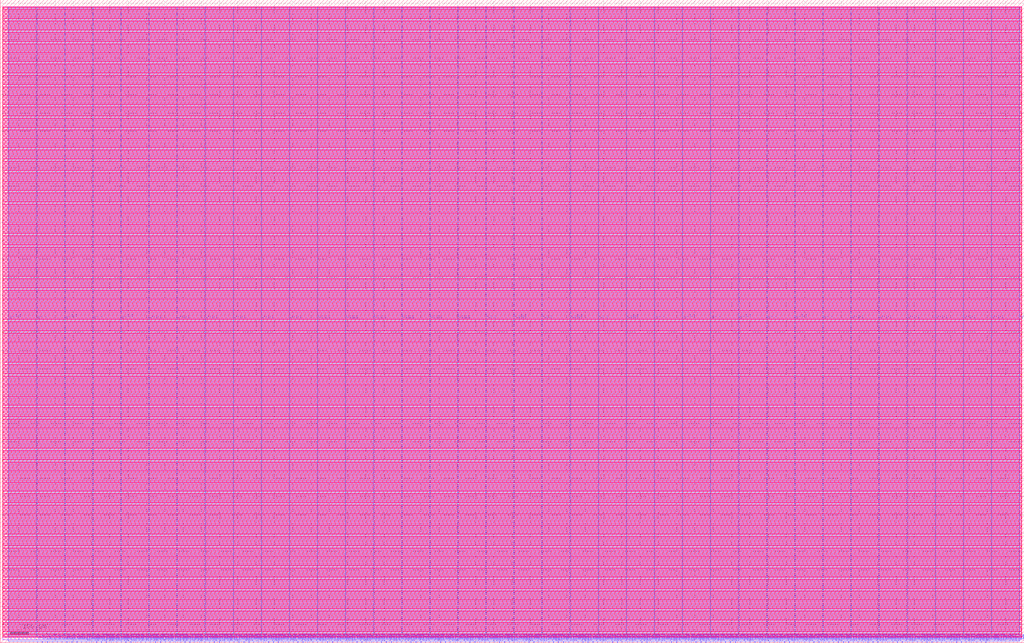
<source format=lef>
VERSION 5.7 ;
  NOWIREEXTENSIONATPIN ON ;
  DIVIDERCHAR "/" ;
  BUSBITCHARS "[]" ;
MACRO user_proj_example
  CLASS BLOCK ;
  FOREIGN user_proj_example ;
  ORIGIN 0.000 0.000 ;
  SIZE 2800.000 BY 1760.000 ;
  PIN la_data_in[0]
    DIRECTION INPUT ;
    USE SIGNAL ;
    PORT
      LAYER Metal2 ;
        RECT 128.800 0.000 129.360 4.000 ;
    END
  END la_data_in[0]
  PIN la_data_in[10]
    DIRECTION INPUT ;
    USE SIGNAL ;
    PORT
      LAYER Metal2 ;
        RECT 532.000 0.000 532.560 4.000 ;
    END
  END la_data_in[10]
  PIN la_data_in[11]
    DIRECTION INPUT ;
    USE SIGNAL ;
    PORT
      LAYER Metal2 ;
        RECT 572.320 0.000 572.880 4.000 ;
    END
  END la_data_in[11]
  PIN la_data_in[12]
    DIRECTION INPUT ;
    USE SIGNAL ;
    PORT
      LAYER Metal2 ;
        RECT 612.640 0.000 613.200 4.000 ;
    END
  END la_data_in[12]
  PIN la_data_in[13]
    DIRECTION INPUT ;
    USE SIGNAL ;
    PORT
      LAYER Metal2 ;
        RECT 652.960 0.000 653.520 4.000 ;
    END
  END la_data_in[13]
  PIN la_data_in[14]
    DIRECTION INPUT ;
    USE SIGNAL ;
    PORT
      LAYER Metal2 ;
        RECT 693.280 0.000 693.840 4.000 ;
    END
  END la_data_in[14]
  PIN la_data_in[15]
    DIRECTION INPUT ;
    USE SIGNAL ;
    PORT
      LAYER Metal2 ;
        RECT 733.600 0.000 734.160 4.000 ;
    END
  END la_data_in[15]
  PIN la_data_in[16]
    DIRECTION INPUT ;
    USE SIGNAL ;
    PORT
      LAYER Metal2 ;
        RECT 773.920 0.000 774.480 4.000 ;
    END
  END la_data_in[16]
  PIN la_data_in[17]
    DIRECTION INPUT ;
    USE SIGNAL ;
    PORT
      LAYER Metal2 ;
        RECT 814.240 0.000 814.800 4.000 ;
    END
  END la_data_in[17]
  PIN la_data_in[18]
    DIRECTION INPUT ;
    USE SIGNAL ;
    PORT
      LAYER Metal2 ;
        RECT 854.560 0.000 855.120 4.000 ;
    END
  END la_data_in[18]
  PIN la_data_in[19]
    DIRECTION INPUT ;
    USE SIGNAL ;
    PORT
      LAYER Metal2 ;
        RECT 894.880 0.000 895.440 4.000 ;
    END
  END la_data_in[19]
  PIN la_data_in[1]
    DIRECTION INPUT ;
    USE SIGNAL ;
    PORT
      LAYER Metal2 ;
        RECT 169.120 0.000 169.680 4.000 ;
    END
  END la_data_in[1]
  PIN la_data_in[20]
    DIRECTION INPUT ;
    USE SIGNAL ;
    PORT
      LAYER Metal2 ;
        RECT 935.200 0.000 935.760 4.000 ;
    END
  END la_data_in[20]
  PIN la_data_in[21]
    DIRECTION INPUT ;
    USE SIGNAL ;
    PORT
      LAYER Metal2 ;
        RECT 975.520 0.000 976.080 4.000 ;
    END
  END la_data_in[21]
  PIN la_data_in[22]
    DIRECTION INPUT ;
    USE SIGNAL ;
    PORT
      LAYER Metal2 ;
        RECT 1015.840 0.000 1016.400 4.000 ;
    END
  END la_data_in[22]
  PIN la_data_in[23]
    DIRECTION INPUT ;
    USE SIGNAL ;
    PORT
      LAYER Metal2 ;
        RECT 1056.160 0.000 1056.720 4.000 ;
    END
  END la_data_in[23]
  PIN la_data_in[24]
    DIRECTION INPUT ;
    USE SIGNAL ;
    PORT
      LAYER Metal2 ;
        RECT 1096.480 0.000 1097.040 4.000 ;
    END
  END la_data_in[24]
  PIN la_data_in[25]
    DIRECTION INPUT ;
    USE SIGNAL ;
    PORT
      LAYER Metal2 ;
        RECT 1136.800 0.000 1137.360 4.000 ;
    END
  END la_data_in[25]
  PIN la_data_in[26]
    DIRECTION INPUT ;
    USE SIGNAL ;
    PORT
      LAYER Metal2 ;
        RECT 1177.120 0.000 1177.680 4.000 ;
    END
  END la_data_in[26]
  PIN la_data_in[27]
    DIRECTION INPUT ;
    USE SIGNAL ;
    PORT
      LAYER Metal2 ;
        RECT 1217.440 0.000 1218.000 4.000 ;
    END
  END la_data_in[27]
  PIN la_data_in[28]
    DIRECTION INPUT ;
    USE SIGNAL ;
    PORT
      LAYER Metal2 ;
        RECT 1257.760 0.000 1258.320 4.000 ;
    END
  END la_data_in[28]
  PIN la_data_in[29]
    DIRECTION INPUT ;
    USE SIGNAL ;
    PORT
      LAYER Metal2 ;
        RECT 1298.080 0.000 1298.640 4.000 ;
    END
  END la_data_in[29]
  PIN la_data_in[2]
    DIRECTION INPUT ;
    USE SIGNAL ;
    PORT
      LAYER Metal2 ;
        RECT 209.440 0.000 210.000 4.000 ;
    END
  END la_data_in[2]
  PIN la_data_in[30]
    DIRECTION INPUT ;
    USE SIGNAL ;
    PORT
      LAYER Metal2 ;
        RECT 1338.400 0.000 1338.960 4.000 ;
    END
  END la_data_in[30]
  PIN la_data_in[31]
    DIRECTION INPUT ;
    USE SIGNAL ;
    PORT
      LAYER Metal2 ;
        RECT 1378.720 0.000 1379.280 4.000 ;
    END
  END la_data_in[31]
  PIN la_data_in[32]
    DIRECTION INPUT ;
    USE SIGNAL ;
    PORT
      LAYER Metal2 ;
        RECT 1419.040 0.000 1419.600 4.000 ;
    END
  END la_data_in[32]
  PIN la_data_in[33]
    DIRECTION INPUT ;
    USE SIGNAL ;
    PORT
      LAYER Metal2 ;
        RECT 1459.360 0.000 1459.920 4.000 ;
    END
  END la_data_in[33]
  PIN la_data_in[34]
    DIRECTION INPUT ;
    USE SIGNAL ;
    PORT
      LAYER Metal2 ;
        RECT 1499.680 0.000 1500.240 4.000 ;
    END
  END la_data_in[34]
  PIN la_data_in[35]
    DIRECTION INPUT ;
    USE SIGNAL ;
    PORT
      LAYER Metal2 ;
        RECT 1540.000 0.000 1540.560 4.000 ;
    END
  END la_data_in[35]
  PIN la_data_in[36]
    DIRECTION INPUT ;
    USE SIGNAL ;
    PORT
      LAYER Metal2 ;
        RECT 1580.320 0.000 1580.880 4.000 ;
    END
  END la_data_in[36]
  PIN la_data_in[37]
    DIRECTION INPUT ;
    USE SIGNAL ;
    PORT
      LAYER Metal2 ;
        RECT 1620.640 0.000 1621.200 4.000 ;
    END
  END la_data_in[37]
  PIN la_data_in[38]
    DIRECTION INPUT ;
    USE SIGNAL ;
    PORT
      LAYER Metal2 ;
        RECT 1660.960 0.000 1661.520 4.000 ;
    END
  END la_data_in[38]
  PIN la_data_in[39]
    DIRECTION INPUT ;
    USE SIGNAL ;
    PORT
      LAYER Metal2 ;
        RECT 1701.280 0.000 1701.840 4.000 ;
    END
  END la_data_in[39]
  PIN la_data_in[3]
    DIRECTION INPUT ;
    USE SIGNAL ;
    PORT
      LAYER Metal2 ;
        RECT 249.760 0.000 250.320 4.000 ;
    END
  END la_data_in[3]
  PIN la_data_in[40]
    DIRECTION INPUT ;
    USE SIGNAL ;
    PORT
      LAYER Metal2 ;
        RECT 1741.600 0.000 1742.160 4.000 ;
    END
  END la_data_in[40]
  PIN la_data_in[41]
    DIRECTION INPUT ;
    USE SIGNAL ;
    PORT
      LAYER Metal2 ;
        RECT 1781.920 0.000 1782.480 4.000 ;
    END
  END la_data_in[41]
  PIN la_data_in[42]
    DIRECTION INPUT ;
    USE SIGNAL ;
    PORT
      LAYER Metal2 ;
        RECT 1822.240 0.000 1822.800 4.000 ;
    END
  END la_data_in[42]
  PIN la_data_in[43]
    DIRECTION INPUT ;
    USE SIGNAL ;
    PORT
      LAYER Metal2 ;
        RECT 1862.560 0.000 1863.120 4.000 ;
    END
  END la_data_in[43]
  PIN la_data_in[44]
    DIRECTION INPUT ;
    USE SIGNAL ;
    PORT
      LAYER Metal2 ;
        RECT 1902.880 0.000 1903.440 4.000 ;
    END
  END la_data_in[44]
  PIN la_data_in[45]
    DIRECTION INPUT ;
    USE SIGNAL ;
    PORT
      LAYER Metal2 ;
        RECT 1943.200 0.000 1943.760 4.000 ;
    END
  END la_data_in[45]
  PIN la_data_in[46]
    DIRECTION INPUT ;
    USE SIGNAL ;
    PORT
      LAYER Metal2 ;
        RECT 1983.520 0.000 1984.080 4.000 ;
    END
  END la_data_in[46]
  PIN la_data_in[47]
    DIRECTION INPUT ;
    USE SIGNAL ;
    PORT
      LAYER Metal2 ;
        RECT 2023.840 0.000 2024.400 4.000 ;
    END
  END la_data_in[47]
  PIN la_data_in[48]
    DIRECTION INPUT ;
    USE SIGNAL ;
    PORT
      LAYER Metal2 ;
        RECT 2064.160 0.000 2064.720 4.000 ;
    END
  END la_data_in[48]
  PIN la_data_in[49]
    DIRECTION INPUT ;
    USE SIGNAL ;
    PORT
      LAYER Metal2 ;
        RECT 2104.480 0.000 2105.040 4.000 ;
    END
  END la_data_in[49]
  PIN la_data_in[4]
    DIRECTION INPUT ;
    USE SIGNAL ;
    PORT
      LAYER Metal2 ;
        RECT 290.080 0.000 290.640 4.000 ;
    END
  END la_data_in[4]
  PIN la_data_in[50]
    DIRECTION INPUT ;
    USE SIGNAL ;
    PORT
      LAYER Metal2 ;
        RECT 2144.800 0.000 2145.360 4.000 ;
    END
  END la_data_in[50]
  PIN la_data_in[51]
    DIRECTION INPUT ;
    USE SIGNAL ;
    PORT
      LAYER Metal2 ;
        RECT 2185.120 0.000 2185.680 4.000 ;
    END
  END la_data_in[51]
  PIN la_data_in[52]
    DIRECTION INPUT ;
    USE SIGNAL ;
    PORT
      LAYER Metal2 ;
        RECT 2225.440 0.000 2226.000 4.000 ;
    END
  END la_data_in[52]
  PIN la_data_in[53]
    DIRECTION INPUT ;
    USE SIGNAL ;
    PORT
      LAYER Metal2 ;
        RECT 2265.760 0.000 2266.320 4.000 ;
    END
  END la_data_in[53]
  PIN la_data_in[54]
    DIRECTION INPUT ;
    USE SIGNAL ;
    PORT
      LAYER Metal2 ;
        RECT 2306.080 0.000 2306.640 4.000 ;
    END
  END la_data_in[54]
  PIN la_data_in[55]
    DIRECTION INPUT ;
    USE SIGNAL ;
    PORT
      LAYER Metal2 ;
        RECT 2346.400 0.000 2346.960 4.000 ;
    END
  END la_data_in[55]
  PIN la_data_in[56]
    DIRECTION INPUT ;
    USE SIGNAL ;
    PORT
      LAYER Metal2 ;
        RECT 2386.720 0.000 2387.280 4.000 ;
    END
  END la_data_in[56]
  PIN la_data_in[57]
    DIRECTION INPUT ;
    USE SIGNAL ;
    PORT
      LAYER Metal2 ;
        RECT 2427.040 0.000 2427.600 4.000 ;
    END
  END la_data_in[57]
  PIN la_data_in[58]
    DIRECTION INPUT ;
    USE SIGNAL ;
    PORT
      LAYER Metal2 ;
        RECT 2467.360 0.000 2467.920 4.000 ;
    END
  END la_data_in[58]
  PIN la_data_in[59]
    DIRECTION INPUT ;
    USE SIGNAL ;
    PORT
      LAYER Metal2 ;
        RECT 2507.680 0.000 2508.240 4.000 ;
    END
  END la_data_in[59]
  PIN la_data_in[5]
    DIRECTION INPUT ;
    USE SIGNAL ;
    PORT
      LAYER Metal2 ;
        RECT 330.400 0.000 330.960 4.000 ;
    END
  END la_data_in[5]
  PIN la_data_in[60]
    DIRECTION INPUT ;
    USE SIGNAL ;
    PORT
      LAYER Metal2 ;
        RECT 2548.000 0.000 2548.560 4.000 ;
    END
  END la_data_in[60]
  PIN la_data_in[61]
    DIRECTION INPUT ;
    USE SIGNAL ;
    PORT
      LAYER Metal2 ;
        RECT 2588.320 0.000 2588.880 4.000 ;
    END
  END la_data_in[61]
  PIN la_data_in[62]
    DIRECTION INPUT ;
    USE SIGNAL ;
    PORT
      LAYER Metal2 ;
        RECT 2628.640 0.000 2629.200 4.000 ;
    END
  END la_data_in[62]
  PIN la_data_in[63]
    DIRECTION INPUT ;
    USE SIGNAL ;
    PORT
      LAYER Metal2 ;
        RECT 2668.960 0.000 2669.520 4.000 ;
    END
  END la_data_in[63]
  PIN la_data_in[6]
    DIRECTION INPUT ;
    USE SIGNAL ;
    PORT
      LAYER Metal2 ;
        RECT 370.720 0.000 371.280 4.000 ;
    END
  END la_data_in[6]
  PIN la_data_in[7]
    DIRECTION INPUT ;
    USE SIGNAL ;
    PORT
      LAYER Metal2 ;
        RECT 411.040 0.000 411.600 4.000 ;
    END
  END la_data_in[7]
  PIN la_data_in[8]
    DIRECTION INPUT ;
    USE SIGNAL ;
    PORT
      LAYER Metal2 ;
        RECT 451.360 0.000 451.920 4.000 ;
    END
  END la_data_in[8]
  PIN la_data_in[9]
    DIRECTION INPUT ;
    USE SIGNAL ;
    PORT
      LAYER Metal2 ;
        RECT 491.680 0.000 492.240 4.000 ;
    END
  END la_data_in[9]
  PIN la_data_out[0]
    DIRECTION OUTPUT TRISTATE ;
    USE SIGNAL ;
    ANTENNADIFFAREA 0.360800 ;
    PORT
      LAYER Metal2 ;
        RECT 142.240 0.000 142.800 4.000 ;
    END
  END la_data_out[0]
  PIN la_data_out[10]
    DIRECTION OUTPUT TRISTATE ;
    USE SIGNAL ;
    ANTENNADIFFAREA 0.360800 ;
    PORT
      LAYER Metal2 ;
        RECT 545.440 0.000 546.000 4.000 ;
    END
  END la_data_out[10]
  PIN la_data_out[11]
    DIRECTION OUTPUT TRISTATE ;
    USE SIGNAL ;
    ANTENNADIFFAREA 0.360800 ;
    PORT
      LAYER Metal2 ;
        RECT 585.760 0.000 586.320 4.000 ;
    END
  END la_data_out[11]
  PIN la_data_out[12]
    DIRECTION OUTPUT TRISTATE ;
    USE SIGNAL ;
    ANTENNADIFFAREA 0.360800 ;
    PORT
      LAYER Metal2 ;
        RECT 626.080 0.000 626.640 4.000 ;
    END
  END la_data_out[12]
  PIN la_data_out[13]
    DIRECTION OUTPUT TRISTATE ;
    USE SIGNAL ;
    ANTENNADIFFAREA 0.360800 ;
    PORT
      LAYER Metal2 ;
        RECT 666.400 0.000 666.960 4.000 ;
    END
  END la_data_out[13]
  PIN la_data_out[14]
    DIRECTION OUTPUT TRISTATE ;
    USE SIGNAL ;
    ANTENNADIFFAREA 0.360800 ;
    PORT
      LAYER Metal2 ;
        RECT 706.720 0.000 707.280 4.000 ;
    END
  END la_data_out[14]
  PIN la_data_out[15]
    DIRECTION OUTPUT TRISTATE ;
    USE SIGNAL ;
    ANTENNADIFFAREA 0.360800 ;
    PORT
      LAYER Metal2 ;
        RECT 747.040 0.000 747.600 4.000 ;
    END
  END la_data_out[15]
  PIN la_data_out[16]
    DIRECTION OUTPUT TRISTATE ;
    USE SIGNAL ;
    ANTENNADIFFAREA 0.360800 ;
    PORT
      LAYER Metal2 ;
        RECT 787.360 0.000 787.920 4.000 ;
    END
  END la_data_out[16]
  PIN la_data_out[17]
    DIRECTION OUTPUT TRISTATE ;
    USE SIGNAL ;
    ANTENNADIFFAREA 0.360800 ;
    PORT
      LAYER Metal2 ;
        RECT 827.680 0.000 828.240 4.000 ;
    END
  END la_data_out[17]
  PIN la_data_out[18]
    DIRECTION OUTPUT TRISTATE ;
    USE SIGNAL ;
    ANTENNADIFFAREA 0.360800 ;
    PORT
      LAYER Metal2 ;
        RECT 868.000 0.000 868.560 4.000 ;
    END
  END la_data_out[18]
  PIN la_data_out[19]
    DIRECTION OUTPUT TRISTATE ;
    USE SIGNAL ;
    ANTENNADIFFAREA 0.360800 ;
    PORT
      LAYER Metal2 ;
        RECT 908.320 0.000 908.880 4.000 ;
    END
  END la_data_out[19]
  PIN la_data_out[1]
    DIRECTION OUTPUT TRISTATE ;
    USE SIGNAL ;
    ANTENNADIFFAREA 0.360800 ;
    PORT
      LAYER Metal2 ;
        RECT 182.560 0.000 183.120 4.000 ;
    END
  END la_data_out[1]
  PIN la_data_out[20]
    DIRECTION OUTPUT TRISTATE ;
    USE SIGNAL ;
    ANTENNADIFFAREA 0.360800 ;
    PORT
      LAYER Metal2 ;
        RECT 948.640 0.000 949.200 4.000 ;
    END
  END la_data_out[20]
  PIN la_data_out[21]
    DIRECTION OUTPUT TRISTATE ;
    USE SIGNAL ;
    ANTENNADIFFAREA 0.360800 ;
    PORT
      LAYER Metal2 ;
        RECT 988.960 0.000 989.520 4.000 ;
    END
  END la_data_out[21]
  PIN la_data_out[22]
    DIRECTION OUTPUT TRISTATE ;
    USE SIGNAL ;
    ANTENNADIFFAREA 0.360800 ;
    PORT
      LAYER Metal2 ;
        RECT 1029.280 0.000 1029.840 4.000 ;
    END
  END la_data_out[22]
  PIN la_data_out[23]
    DIRECTION OUTPUT TRISTATE ;
    USE SIGNAL ;
    ANTENNADIFFAREA 0.360800 ;
    PORT
      LAYER Metal2 ;
        RECT 1069.600 0.000 1070.160 4.000 ;
    END
  END la_data_out[23]
  PIN la_data_out[24]
    DIRECTION OUTPUT TRISTATE ;
    USE SIGNAL ;
    ANTENNADIFFAREA 0.360800 ;
    PORT
      LAYER Metal2 ;
        RECT 1109.920 0.000 1110.480 4.000 ;
    END
  END la_data_out[24]
  PIN la_data_out[25]
    DIRECTION OUTPUT TRISTATE ;
    USE SIGNAL ;
    ANTENNADIFFAREA 0.360800 ;
    PORT
      LAYER Metal2 ;
        RECT 1150.240 0.000 1150.800 4.000 ;
    END
  END la_data_out[25]
  PIN la_data_out[26]
    DIRECTION OUTPUT TRISTATE ;
    USE SIGNAL ;
    ANTENNADIFFAREA 0.360800 ;
    PORT
      LAYER Metal2 ;
        RECT 1190.560 0.000 1191.120 4.000 ;
    END
  END la_data_out[26]
  PIN la_data_out[27]
    DIRECTION OUTPUT TRISTATE ;
    USE SIGNAL ;
    ANTENNADIFFAREA 0.360800 ;
    PORT
      LAYER Metal2 ;
        RECT 1230.880 0.000 1231.440 4.000 ;
    END
  END la_data_out[27]
  PIN la_data_out[28]
    DIRECTION OUTPUT TRISTATE ;
    USE SIGNAL ;
    ANTENNADIFFAREA 0.360800 ;
    PORT
      LAYER Metal2 ;
        RECT 1271.200 0.000 1271.760 4.000 ;
    END
  END la_data_out[28]
  PIN la_data_out[29]
    DIRECTION OUTPUT TRISTATE ;
    USE SIGNAL ;
    ANTENNADIFFAREA 0.360800 ;
    PORT
      LAYER Metal2 ;
        RECT 1311.520 0.000 1312.080 4.000 ;
    END
  END la_data_out[29]
  PIN la_data_out[2]
    DIRECTION OUTPUT TRISTATE ;
    USE SIGNAL ;
    ANTENNADIFFAREA 0.360800 ;
    PORT
      LAYER Metal2 ;
        RECT 222.880 0.000 223.440 4.000 ;
    END
  END la_data_out[2]
  PIN la_data_out[30]
    DIRECTION OUTPUT TRISTATE ;
    USE SIGNAL ;
    ANTENNADIFFAREA 0.360800 ;
    PORT
      LAYER Metal2 ;
        RECT 1351.840 0.000 1352.400 4.000 ;
    END
  END la_data_out[30]
  PIN la_data_out[31]
    DIRECTION OUTPUT TRISTATE ;
    USE SIGNAL ;
    ANTENNADIFFAREA 0.360800 ;
    PORT
      LAYER Metal2 ;
        RECT 1392.160 0.000 1392.720 4.000 ;
    END
  END la_data_out[31]
  PIN la_data_out[32]
    DIRECTION OUTPUT TRISTATE ;
    USE SIGNAL ;
    ANTENNADIFFAREA 0.360800 ;
    PORT
      LAYER Metal2 ;
        RECT 1432.480 0.000 1433.040 4.000 ;
    END
  END la_data_out[32]
  PIN la_data_out[33]
    DIRECTION OUTPUT TRISTATE ;
    USE SIGNAL ;
    ANTENNADIFFAREA 0.360800 ;
    PORT
      LAYER Metal2 ;
        RECT 1472.800 0.000 1473.360 4.000 ;
    END
  END la_data_out[33]
  PIN la_data_out[34]
    DIRECTION OUTPUT TRISTATE ;
    USE SIGNAL ;
    ANTENNADIFFAREA 0.360800 ;
    PORT
      LAYER Metal2 ;
        RECT 1513.120 0.000 1513.680 4.000 ;
    END
  END la_data_out[34]
  PIN la_data_out[35]
    DIRECTION OUTPUT TRISTATE ;
    USE SIGNAL ;
    ANTENNADIFFAREA 0.360800 ;
    PORT
      LAYER Metal2 ;
        RECT 1553.440 0.000 1554.000 4.000 ;
    END
  END la_data_out[35]
  PIN la_data_out[36]
    DIRECTION OUTPUT TRISTATE ;
    USE SIGNAL ;
    ANTENNADIFFAREA 0.360800 ;
    PORT
      LAYER Metal2 ;
        RECT 1593.760 0.000 1594.320 4.000 ;
    END
  END la_data_out[36]
  PIN la_data_out[37]
    DIRECTION OUTPUT TRISTATE ;
    USE SIGNAL ;
    ANTENNADIFFAREA 0.360800 ;
    PORT
      LAYER Metal2 ;
        RECT 1634.080 0.000 1634.640 4.000 ;
    END
  END la_data_out[37]
  PIN la_data_out[38]
    DIRECTION OUTPUT TRISTATE ;
    USE SIGNAL ;
    ANTENNADIFFAREA 0.360800 ;
    PORT
      LAYER Metal2 ;
        RECT 1674.400 0.000 1674.960 4.000 ;
    END
  END la_data_out[38]
  PIN la_data_out[39]
    DIRECTION OUTPUT TRISTATE ;
    USE SIGNAL ;
    ANTENNADIFFAREA 0.360800 ;
    PORT
      LAYER Metal2 ;
        RECT 1714.720 0.000 1715.280 4.000 ;
    END
  END la_data_out[39]
  PIN la_data_out[3]
    DIRECTION OUTPUT TRISTATE ;
    USE SIGNAL ;
    ANTENNADIFFAREA 0.360800 ;
    PORT
      LAYER Metal2 ;
        RECT 263.200 0.000 263.760 4.000 ;
    END
  END la_data_out[3]
  PIN la_data_out[40]
    DIRECTION OUTPUT TRISTATE ;
    USE SIGNAL ;
    ANTENNADIFFAREA 0.360800 ;
    PORT
      LAYER Metal2 ;
        RECT 1755.040 0.000 1755.600 4.000 ;
    END
  END la_data_out[40]
  PIN la_data_out[41]
    DIRECTION OUTPUT TRISTATE ;
    USE SIGNAL ;
    ANTENNADIFFAREA 0.360800 ;
    PORT
      LAYER Metal2 ;
        RECT 1795.360 0.000 1795.920 4.000 ;
    END
  END la_data_out[41]
  PIN la_data_out[42]
    DIRECTION OUTPUT TRISTATE ;
    USE SIGNAL ;
    ANTENNADIFFAREA 0.360800 ;
    PORT
      LAYER Metal2 ;
        RECT 1835.680 0.000 1836.240 4.000 ;
    END
  END la_data_out[42]
  PIN la_data_out[43]
    DIRECTION OUTPUT TRISTATE ;
    USE SIGNAL ;
    ANTENNADIFFAREA 0.360800 ;
    PORT
      LAYER Metal2 ;
        RECT 1876.000 0.000 1876.560 4.000 ;
    END
  END la_data_out[43]
  PIN la_data_out[44]
    DIRECTION OUTPUT TRISTATE ;
    USE SIGNAL ;
    ANTENNADIFFAREA 0.360800 ;
    PORT
      LAYER Metal2 ;
        RECT 1916.320 0.000 1916.880 4.000 ;
    END
  END la_data_out[44]
  PIN la_data_out[45]
    DIRECTION OUTPUT TRISTATE ;
    USE SIGNAL ;
    ANTENNADIFFAREA 0.360800 ;
    PORT
      LAYER Metal2 ;
        RECT 1956.640 0.000 1957.200 4.000 ;
    END
  END la_data_out[45]
  PIN la_data_out[46]
    DIRECTION OUTPUT TRISTATE ;
    USE SIGNAL ;
    ANTENNADIFFAREA 0.360800 ;
    PORT
      LAYER Metal2 ;
        RECT 1996.960 0.000 1997.520 4.000 ;
    END
  END la_data_out[46]
  PIN la_data_out[47]
    DIRECTION OUTPUT TRISTATE ;
    USE SIGNAL ;
    ANTENNADIFFAREA 0.360800 ;
    PORT
      LAYER Metal2 ;
        RECT 2037.280 0.000 2037.840 4.000 ;
    END
  END la_data_out[47]
  PIN la_data_out[48]
    DIRECTION OUTPUT TRISTATE ;
    USE SIGNAL ;
    ANTENNADIFFAREA 0.360800 ;
    PORT
      LAYER Metal2 ;
        RECT 2077.600 0.000 2078.160 4.000 ;
    END
  END la_data_out[48]
  PIN la_data_out[49]
    DIRECTION OUTPUT TRISTATE ;
    USE SIGNAL ;
    ANTENNADIFFAREA 0.360800 ;
    PORT
      LAYER Metal2 ;
        RECT 2117.920 0.000 2118.480 4.000 ;
    END
  END la_data_out[49]
  PIN la_data_out[4]
    DIRECTION OUTPUT TRISTATE ;
    USE SIGNAL ;
    ANTENNADIFFAREA 0.360800 ;
    PORT
      LAYER Metal2 ;
        RECT 303.520 0.000 304.080 4.000 ;
    END
  END la_data_out[4]
  PIN la_data_out[50]
    DIRECTION OUTPUT TRISTATE ;
    USE SIGNAL ;
    ANTENNADIFFAREA 0.360800 ;
    PORT
      LAYER Metal2 ;
        RECT 2158.240 0.000 2158.800 4.000 ;
    END
  END la_data_out[50]
  PIN la_data_out[51]
    DIRECTION OUTPUT TRISTATE ;
    USE SIGNAL ;
    ANTENNADIFFAREA 0.360800 ;
    PORT
      LAYER Metal2 ;
        RECT 2198.560 0.000 2199.120 4.000 ;
    END
  END la_data_out[51]
  PIN la_data_out[52]
    DIRECTION OUTPUT TRISTATE ;
    USE SIGNAL ;
    ANTENNADIFFAREA 0.360800 ;
    PORT
      LAYER Metal2 ;
        RECT 2238.880 0.000 2239.440 4.000 ;
    END
  END la_data_out[52]
  PIN la_data_out[53]
    DIRECTION OUTPUT TRISTATE ;
    USE SIGNAL ;
    ANTENNADIFFAREA 0.360800 ;
    PORT
      LAYER Metal2 ;
        RECT 2279.200 0.000 2279.760 4.000 ;
    END
  END la_data_out[53]
  PIN la_data_out[54]
    DIRECTION OUTPUT TRISTATE ;
    USE SIGNAL ;
    ANTENNADIFFAREA 0.360800 ;
    PORT
      LAYER Metal2 ;
        RECT 2319.520 0.000 2320.080 4.000 ;
    END
  END la_data_out[54]
  PIN la_data_out[55]
    DIRECTION OUTPUT TRISTATE ;
    USE SIGNAL ;
    ANTENNADIFFAREA 0.360800 ;
    PORT
      LAYER Metal2 ;
        RECT 2359.840 0.000 2360.400 4.000 ;
    END
  END la_data_out[55]
  PIN la_data_out[56]
    DIRECTION OUTPUT TRISTATE ;
    USE SIGNAL ;
    ANTENNADIFFAREA 0.360800 ;
    PORT
      LAYER Metal2 ;
        RECT 2400.160 0.000 2400.720 4.000 ;
    END
  END la_data_out[56]
  PIN la_data_out[57]
    DIRECTION OUTPUT TRISTATE ;
    USE SIGNAL ;
    ANTENNADIFFAREA 0.360800 ;
    PORT
      LAYER Metal2 ;
        RECT 2440.480 0.000 2441.040 4.000 ;
    END
  END la_data_out[57]
  PIN la_data_out[58]
    DIRECTION OUTPUT TRISTATE ;
    USE SIGNAL ;
    ANTENNADIFFAREA 0.360800 ;
    PORT
      LAYER Metal2 ;
        RECT 2480.800 0.000 2481.360 4.000 ;
    END
  END la_data_out[58]
  PIN la_data_out[59]
    DIRECTION OUTPUT TRISTATE ;
    USE SIGNAL ;
    ANTENNADIFFAREA 0.360800 ;
    PORT
      LAYER Metal2 ;
        RECT 2521.120 0.000 2521.680 4.000 ;
    END
  END la_data_out[59]
  PIN la_data_out[5]
    DIRECTION OUTPUT TRISTATE ;
    USE SIGNAL ;
    ANTENNADIFFAREA 0.360800 ;
    PORT
      LAYER Metal2 ;
        RECT 343.840 0.000 344.400 4.000 ;
    END
  END la_data_out[5]
  PIN la_data_out[60]
    DIRECTION OUTPUT TRISTATE ;
    USE SIGNAL ;
    ANTENNADIFFAREA 0.360800 ;
    PORT
      LAYER Metal2 ;
        RECT 2561.440 0.000 2562.000 4.000 ;
    END
  END la_data_out[60]
  PIN la_data_out[61]
    DIRECTION OUTPUT TRISTATE ;
    USE SIGNAL ;
    ANTENNADIFFAREA 0.360800 ;
    PORT
      LAYER Metal2 ;
        RECT 2601.760 0.000 2602.320 4.000 ;
    END
  END la_data_out[61]
  PIN la_data_out[62]
    DIRECTION OUTPUT TRISTATE ;
    USE SIGNAL ;
    ANTENNADIFFAREA 0.360800 ;
    PORT
      LAYER Metal2 ;
        RECT 2642.080 0.000 2642.640 4.000 ;
    END
  END la_data_out[62]
  PIN la_data_out[63]
    DIRECTION OUTPUT TRISTATE ;
    USE SIGNAL ;
    ANTENNADIFFAREA 0.360800 ;
    PORT
      LAYER Metal2 ;
        RECT 2682.400 0.000 2682.960 4.000 ;
    END
  END la_data_out[63]
  PIN la_data_out[6]
    DIRECTION OUTPUT TRISTATE ;
    USE SIGNAL ;
    ANTENNADIFFAREA 0.360800 ;
    PORT
      LAYER Metal2 ;
        RECT 384.160 0.000 384.720 4.000 ;
    END
  END la_data_out[6]
  PIN la_data_out[7]
    DIRECTION OUTPUT TRISTATE ;
    USE SIGNAL ;
    ANTENNADIFFAREA 0.360800 ;
    PORT
      LAYER Metal2 ;
        RECT 424.480 0.000 425.040 4.000 ;
    END
  END la_data_out[7]
  PIN la_data_out[8]
    DIRECTION OUTPUT TRISTATE ;
    USE SIGNAL ;
    ANTENNADIFFAREA 0.360800 ;
    PORT
      LAYER Metal2 ;
        RECT 464.800 0.000 465.360 4.000 ;
    END
  END la_data_out[8]
  PIN la_data_out[9]
    DIRECTION OUTPUT TRISTATE ;
    USE SIGNAL ;
    ANTENNADIFFAREA 0.360800 ;
    PORT
      LAYER Metal2 ;
        RECT 505.120 0.000 505.680 4.000 ;
    END
  END la_data_out[9]
  PIN la_oenb[0]
    DIRECTION INPUT ;
    USE SIGNAL ;
    PORT
      LAYER Metal2 ;
        RECT 155.680 0.000 156.240 4.000 ;
    END
  END la_oenb[0]
  PIN la_oenb[10]
    DIRECTION INPUT ;
    USE SIGNAL ;
    PORT
      LAYER Metal2 ;
        RECT 558.880 0.000 559.440 4.000 ;
    END
  END la_oenb[10]
  PIN la_oenb[11]
    DIRECTION INPUT ;
    USE SIGNAL ;
    PORT
      LAYER Metal2 ;
        RECT 599.200 0.000 599.760 4.000 ;
    END
  END la_oenb[11]
  PIN la_oenb[12]
    DIRECTION INPUT ;
    USE SIGNAL ;
    PORT
      LAYER Metal2 ;
        RECT 639.520 0.000 640.080 4.000 ;
    END
  END la_oenb[12]
  PIN la_oenb[13]
    DIRECTION INPUT ;
    USE SIGNAL ;
    PORT
      LAYER Metal2 ;
        RECT 679.840 0.000 680.400 4.000 ;
    END
  END la_oenb[13]
  PIN la_oenb[14]
    DIRECTION INPUT ;
    USE SIGNAL ;
    PORT
      LAYER Metal2 ;
        RECT 720.160 0.000 720.720 4.000 ;
    END
  END la_oenb[14]
  PIN la_oenb[15]
    DIRECTION INPUT ;
    USE SIGNAL ;
    PORT
      LAYER Metal2 ;
        RECT 760.480 0.000 761.040 4.000 ;
    END
  END la_oenb[15]
  PIN la_oenb[16]
    DIRECTION INPUT ;
    USE SIGNAL ;
    PORT
      LAYER Metal2 ;
        RECT 800.800 0.000 801.360 4.000 ;
    END
  END la_oenb[16]
  PIN la_oenb[17]
    DIRECTION INPUT ;
    USE SIGNAL ;
    PORT
      LAYER Metal2 ;
        RECT 841.120 0.000 841.680 4.000 ;
    END
  END la_oenb[17]
  PIN la_oenb[18]
    DIRECTION INPUT ;
    USE SIGNAL ;
    PORT
      LAYER Metal2 ;
        RECT 881.440 0.000 882.000 4.000 ;
    END
  END la_oenb[18]
  PIN la_oenb[19]
    DIRECTION INPUT ;
    USE SIGNAL ;
    PORT
      LAYER Metal2 ;
        RECT 921.760 0.000 922.320 4.000 ;
    END
  END la_oenb[19]
  PIN la_oenb[1]
    DIRECTION INPUT ;
    USE SIGNAL ;
    PORT
      LAYER Metal2 ;
        RECT 196.000 0.000 196.560 4.000 ;
    END
  END la_oenb[1]
  PIN la_oenb[20]
    DIRECTION INPUT ;
    USE SIGNAL ;
    PORT
      LAYER Metal2 ;
        RECT 962.080 0.000 962.640 4.000 ;
    END
  END la_oenb[20]
  PIN la_oenb[21]
    DIRECTION INPUT ;
    USE SIGNAL ;
    PORT
      LAYER Metal2 ;
        RECT 1002.400 0.000 1002.960 4.000 ;
    END
  END la_oenb[21]
  PIN la_oenb[22]
    DIRECTION INPUT ;
    USE SIGNAL ;
    PORT
      LAYER Metal2 ;
        RECT 1042.720 0.000 1043.280 4.000 ;
    END
  END la_oenb[22]
  PIN la_oenb[23]
    DIRECTION INPUT ;
    USE SIGNAL ;
    PORT
      LAYER Metal2 ;
        RECT 1083.040 0.000 1083.600 4.000 ;
    END
  END la_oenb[23]
  PIN la_oenb[24]
    DIRECTION INPUT ;
    USE SIGNAL ;
    PORT
      LAYER Metal2 ;
        RECT 1123.360 0.000 1123.920 4.000 ;
    END
  END la_oenb[24]
  PIN la_oenb[25]
    DIRECTION INPUT ;
    USE SIGNAL ;
    PORT
      LAYER Metal2 ;
        RECT 1163.680 0.000 1164.240 4.000 ;
    END
  END la_oenb[25]
  PIN la_oenb[26]
    DIRECTION INPUT ;
    USE SIGNAL ;
    PORT
      LAYER Metal2 ;
        RECT 1204.000 0.000 1204.560 4.000 ;
    END
  END la_oenb[26]
  PIN la_oenb[27]
    DIRECTION INPUT ;
    USE SIGNAL ;
    PORT
      LAYER Metal2 ;
        RECT 1244.320 0.000 1244.880 4.000 ;
    END
  END la_oenb[27]
  PIN la_oenb[28]
    DIRECTION INPUT ;
    USE SIGNAL ;
    PORT
      LAYER Metal2 ;
        RECT 1284.640 0.000 1285.200 4.000 ;
    END
  END la_oenb[28]
  PIN la_oenb[29]
    DIRECTION INPUT ;
    USE SIGNAL ;
    PORT
      LAYER Metal2 ;
        RECT 1324.960 0.000 1325.520 4.000 ;
    END
  END la_oenb[29]
  PIN la_oenb[2]
    DIRECTION INPUT ;
    USE SIGNAL ;
    PORT
      LAYER Metal2 ;
        RECT 236.320 0.000 236.880 4.000 ;
    END
  END la_oenb[2]
  PIN la_oenb[30]
    DIRECTION INPUT ;
    USE SIGNAL ;
    PORT
      LAYER Metal2 ;
        RECT 1365.280 0.000 1365.840 4.000 ;
    END
  END la_oenb[30]
  PIN la_oenb[31]
    DIRECTION INPUT ;
    USE SIGNAL ;
    PORT
      LAYER Metal2 ;
        RECT 1405.600 0.000 1406.160 4.000 ;
    END
  END la_oenb[31]
  PIN la_oenb[32]
    DIRECTION INPUT ;
    USE SIGNAL ;
    PORT
      LAYER Metal2 ;
        RECT 1445.920 0.000 1446.480 4.000 ;
    END
  END la_oenb[32]
  PIN la_oenb[33]
    DIRECTION INPUT ;
    USE SIGNAL ;
    PORT
      LAYER Metal2 ;
        RECT 1486.240 0.000 1486.800 4.000 ;
    END
  END la_oenb[33]
  PIN la_oenb[34]
    DIRECTION INPUT ;
    USE SIGNAL ;
    PORT
      LAYER Metal2 ;
        RECT 1526.560 0.000 1527.120 4.000 ;
    END
  END la_oenb[34]
  PIN la_oenb[35]
    DIRECTION INPUT ;
    USE SIGNAL ;
    PORT
      LAYER Metal2 ;
        RECT 1566.880 0.000 1567.440 4.000 ;
    END
  END la_oenb[35]
  PIN la_oenb[36]
    DIRECTION INPUT ;
    USE SIGNAL ;
    PORT
      LAYER Metal2 ;
        RECT 1607.200 0.000 1607.760 4.000 ;
    END
  END la_oenb[36]
  PIN la_oenb[37]
    DIRECTION INPUT ;
    USE SIGNAL ;
    PORT
      LAYER Metal2 ;
        RECT 1647.520 0.000 1648.080 4.000 ;
    END
  END la_oenb[37]
  PIN la_oenb[38]
    DIRECTION INPUT ;
    USE SIGNAL ;
    PORT
      LAYER Metal2 ;
        RECT 1687.840 0.000 1688.400 4.000 ;
    END
  END la_oenb[38]
  PIN la_oenb[39]
    DIRECTION INPUT ;
    USE SIGNAL ;
    PORT
      LAYER Metal2 ;
        RECT 1728.160 0.000 1728.720 4.000 ;
    END
  END la_oenb[39]
  PIN la_oenb[3]
    DIRECTION INPUT ;
    USE SIGNAL ;
    PORT
      LAYER Metal2 ;
        RECT 276.640 0.000 277.200 4.000 ;
    END
  END la_oenb[3]
  PIN la_oenb[40]
    DIRECTION INPUT ;
    USE SIGNAL ;
    PORT
      LAYER Metal2 ;
        RECT 1768.480 0.000 1769.040 4.000 ;
    END
  END la_oenb[40]
  PIN la_oenb[41]
    DIRECTION INPUT ;
    USE SIGNAL ;
    PORT
      LAYER Metal2 ;
        RECT 1808.800 0.000 1809.360 4.000 ;
    END
  END la_oenb[41]
  PIN la_oenb[42]
    DIRECTION INPUT ;
    USE SIGNAL ;
    PORT
      LAYER Metal2 ;
        RECT 1849.120 0.000 1849.680 4.000 ;
    END
  END la_oenb[42]
  PIN la_oenb[43]
    DIRECTION INPUT ;
    USE SIGNAL ;
    PORT
      LAYER Metal2 ;
        RECT 1889.440 0.000 1890.000 4.000 ;
    END
  END la_oenb[43]
  PIN la_oenb[44]
    DIRECTION INPUT ;
    USE SIGNAL ;
    PORT
      LAYER Metal2 ;
        RECT 1929.760 0.000 1930.320 4.000 ;
    END
  END la_oenb[44]
  PIN la_oenb[45]
    DIRECTION INPUT ;
    USE SIGNAL ;
    PORT
      LAYER Metal2 ;
        RECT 1970.080 0.000 1970.640 4.000 ;
    END
  END la_oenb[45]
  PIN la_oenb[46]
    DIRECTION INPUT ;
    USE SIGNAL ;
    PORT
      LAYER Metal2 ;
        RECT 2010.400 0.000 2010.960 4.000 ;
    END
  END la_oenb[46]
  PIN la_oenb[47]
    DIRECTION INPUT ;
    USE SIGNAL ;
    PORT
      LAYER Metal2 ;
        RECT 2050.720 0.000 2051.280 4.000 ;
    END
  END la_oenb[47]
  PIN la_oenb[48]
    DIRECTION INPUT ;
    USE SIGNAL ;
    PORT
      LAYER Metal2 ;
        RECT 2091.040 0.000 2091.600 4.000 ;
    END
  END la_oenb[48]
  PIN la_oenb[49]
    DIRECTION INPUT ;
    USE SIGNAL ;
    PORT
      LAYER Metal2 ;
        RECT 2131.360 0.000 2131.920 4.000 ;
    END
  END la_oenb[49]
  PIN la_oenb[4]
    DIRECTION INPUT ;
    USE SIGNAL ;
    PORT
      LAYER Metal2 ;
        RECT 316.960 0.000 317.520 4.000 ;
    END
  END la_oenb[4]
  PIN la_oenb[50]
    DIRECTION INPUT ;
    USE SIGNAL ;
    PORT
      LAYER Metal2 ;
        RECT 2171.680 0.000 2172.240 4.000 ;
    END
  END la_oenb[50]
  PIN la_oenb[51]
    DIRECTION INPUT ;
    USE SIGNAL ;
    PORT
      LAYER Metal2 ;
        RECT 2212.000 0.000 2212.560 4.000 ;
    END
  END la_oenb[51]
  PIN la_oenb[52]
    DIRECTION INPUT ;
    USE SIGNAL ;
    PORT
      LAYER Metal2 ;
        RECT 2252.320 0.000 2252.880 4.000 ;
    END
  END la_oenb[52]
  PIN la_oenb[53]
    DIRECTION INPUT ;
    USE SIGNAL ;
    PORT
      LAYER Metal2 ;
        RECT 2292.640 0.000 2293.200 4.000 ;
    END
  END la_oenb[53]
  PIN la_oenb[54]
    DIRECTION INPUT ;
    USE SIGNAL ;
    PORT
      LAYER Metal2 ;
        RECT 2332.960 0.000 2333.520 4.000 ;
    END
  END la_oenb[54]
  PIN la_oenb[55]
    DIRECTION INPUT ;
    USE SIGNAL ;
    PORT
      LAYER Metal2 ;
        RECT 2373.280 0.000 2373.840 4.000 ;
    END
  END la_oenb[55]
  PIN la_oenb[56]
    DIRECTION INPUT ;
    USE SIGNAL ;
    PORT
      LAYER Metal2 ;
        RECT 2413.600 0.000 2414.160 4.000 ;
    END
  END la_oenb[56]
  PIN la_oenb[57]
    DIRECTION INPUT ;
    USE SIGNAL ;
    PORT
      LAYER Metal2 ;
        RECT 2453.920 0.000 2454.480 4.000 ;
    END
  END la_oenb[57]
  PIN la_oenb[58]
    DIRECTION INPUT ;
    USE SIGNAL ;
    PORT
      LAYER Metal2 ;
        RECT 2494.240 0.000 2494.800 4.000 ;
    END
  END la_oenb[58]
  PIN la_oenb[59]
    DIRECTION INPUT ;
    USE SIGNAL ;
    PORT
      LAYER Metal2 ;
        RECT 2534.560 0.000 2535.120 4.000 ;
    END
  END la_oenb[59]
  PIN la_oenb[5]
    DIRECTION INPUT ;
    USE SIGNAL ;
    PORT
      LAYER Metal2 ;
        RECT 357.280 0.000 357.840 4.000 ;
    END
  END la_oenb[5]
  PIN la_oenb[60]
    DIRECTION INPUT ;
    USE SIGNAL ;
    PORT
      LAYER Metal2 ;
        RECT 2574.880 0.000 2575.440 4.000 ;
    END
  END la_oenb[60]
  PIN la_oenb[61]
    DIRECTION INPUT ;
    USE SIGNAL ;
    PORT
      LAYER Metal2 ;
        RECT 2615.200 0.000 2615.760 4.000 ;
    END
  END la_oenb[61]
  PIN la_oenb[62]
    DIRECTION INPUT ;
    USE SIGNAL ;
    PORT
      LAYER Metal2 ;
        RECT 2655.520 0.000 2656.080 4.000 ;
    END
  END la_oenb[62]
  PIN la_oenb[63]
    DIRECTION INPUT ;
    USE SIGNAL ;
    PORT
      LAYER Metal2 ;
        RECT 2695.840 0.000 2696.400 4.000 ;
    END
  END la_oenb[63]
  PIN la_oenb[6]
    DIRECTION INPUT ;
    USE SIGNAL ;
    PORT
      LAYER Metal2 ;
        RECT 397.600 0.000 398.160 4.000 ;
    END
  END la_oenb[6]
  PIN la_oenb[7]
    DIRECTION INPUT ;
    USE SIGNAL ;
    PORT
      LAYER Metal2 ;
        RECT 437.920 0.000 438.480 4.000 ;
    END
  END la_oenb[7]
  PIN la_oenb[8]
    DIRECTION INPUT ;
    USE SIGNAL ;
    PORT
      LAYER Metal2 ;
        RECT 478.240 0.000 478.800 4.000 ;
    END
  END la_oenb[8]
  PIN la_oenb[9]
    DIRECTION INPUT ;
    USE SIGNAL ;
    PORT
      LAYER Metal2 ;
        RECT 518.560 0.000 519.120 4.000 ;
    END
  END la_oenb[9]
  PIN vdd
    DIRECTION INOUT ;
    USE POWER ;
    PORT
      LAYER Metal4 ;
        RECT 22.240 15.380 23.840 1740.780 ;
    END
    PORT
      LAYER Metal4 ;
        RECT 175.840 15.380 177.440 1740.780 ;
    END
    PORT
      LAYER Metal4 ;
        RECT 329.440 15.380 331.040 1740.780 ;
    END
    PORT
      LAYER Metal4 ;
        RECT 483.040 15.380 484.640 1740.780 ;
    END
    PORT
      LAYER Metal4 ;
        RECT 636.640 15.380 638.240 1740.780 ;
    END
    PORT
      LAYER Metal4 ;
        RECT 790.240 15.380 791.840 1740.780 ;
    END
    PORT
      LAYER Metal4 ;
        RECT 943.840 15.380 945.440 1740.780 ;
    END
    PORT
      LAYER Metal4 ;
        RECT 1097.440 15.380 1099.040 1740.780 ;
    END
    PORT
      LAYER Metal4 ;
        RECT 1251.040 15.380 1252.640 1740.780 ;
    END
    PORT
      LAYER Metal4 ;
        RECT 1404.640 15.380 1406.240 1740.780 ;
    END
    PORT
      LAYER Metal4 ;
        RECT 1558.240 15.380 1559.840 1740.780 ;
    END
    PORT
      LAYER Metal4 ;
        RECT 1711.840 15.380 1713.440 1740.780 ;
    END
    PORT
      LAYER Metal4 ;
        RECT 1865.440 15.380 1867.040 1740.780 ;
    END
    PORT
      LAYER Metal4 ;
        RECT 2019.040 15.380 2020.640 1740.780 ;
    END
    PORT
      LAYER Metal4 ;
        RECT 2172.640 15.380 2174.240 1740.780 ;
    END
    PORT
      LAYER Metal4 ;
        RECT 2326.240 15.380 2327.840 1740.780 ;
    END
    PORT
      LAYER Metal4 ;
        RECT 2479.840 15.380 2481.440 1740.780 ;
    END
    PORT
      LAYER Metal4 ;
        RECT 2633.440 15.380 2635.040 1740.780 ;
    END
    PORT
      LAYER Metal4 ;
        RECT 2787.040 15.380 2788.640 1740.780 ;
    END
  END vdd
  PIN vss
    DIRECTION INOUT ;
    USE GROUND ;
    PORT
      LAYER Metal4 ;
        RECT 99.040 15.380 100.640 1740.780 ;
    END
    PORT
      LAYER Metal4 ;
        RECT 252.640 15.380 254.240 1740.780 ;
    END
    PORT
      LAYER Metal4 ;
        RECT 406.240 15.380 407.840 1740.780 ;
    END
    PORT
      LAYER Metal4 ;
        RECT 559.840 15.380 561.440 1740.780 ;
    END
    PORT
      LAYER Metal4 ;
        RECT 713.440 15.380 715.040 1740.780 ;
    END
    PORT
      LAYER Metal4 ;
        RECT 867.040 15.380 868.640 1740.780 ;
    END
    PORT
      LAYER Metal4 ;
        RECT 1020.640 15.380 1022.240 1740.780 ;
    END
    PORT
      LAYER Metal4 ;
        RECT 1174.240 15.380 1175.840 1740.780 ;
    END
    PORT
      LAYER Metal4 ;
        RECT 1327.840 15.380 1329.440 1740.780 ;
    END
    PORT
      LAYER Metal4 ;
        RECT 1481.440 15.380 1483.040 1740.780 ;
    END
    PORT
      LAYER Metal4 ;
        RECT 1635.040 15.380 1636.640 1740.780 ;
    END
    PORT
      LAYER Metal4 ;
        RECT 1788.640 15.380 1790.240 1740.780 ;
    END
    PORT
      LAYER Metal4 ;
        RECT 1942.240 15.380 1943.840 1740.780 ;
    END
    PORT
      LAYER Metal4 ;
        RECT 2095.840 15.380 2097.440 1740.780 ;
    END
    PORT
      LAYER Metal4 ;
        RECT 2249.440 15.380 2251.040 1740.780 ;
    END
    PORT
      LAYER Metal4 ;
        RECT 2403.040 15.380 2404.640 1740.780 ;
    END
    PORT
      LAYER Metal4 ;
        RECT 2556.640 15.380 2558.240 1740.780 ;
    END
    PORT
      LAYER Metal4 ;
        RECT 2710.240 15.380 2711.840 1740.780 ;
    END
  END vss
  PIN wb_clk_i
    DIRECTION INPUT ;
    USE SIGNAL ;
    PORT
      LAYER Metal2 ;
        RECT 101.920 0.000 102.480 4.000 ;
    END
  END wb_clk_i
  PIN wb_rst_i
    DIRECTION INPUT ;
    USE SIGNAL ;
    PORT
      LAYER Metal2 ;
        RECT 115.360 0.000 115.920 4.000 ;
    END
  END wb_rst_i
  OBS
      LAYER Pwell ;
        RECT 6.290 1738.720 2793.710 1740.910 ;
      LAYER Nwell ;
        RECT 6.290 1734.400 2793.710 1738.720 ;
      LAYER Pwell ;
        RECT 6.290 1730.880 2793.710 1734.400 ;
      LAYER Nwell ;
        RECT 6.290 1726.560 2793.710 1730.880 ;
      LAYER Pwell ;
        RECT 6.290 1723.040 2793.710 1726.560 ;
      LAYER Nwell ;
        RECT 6.290 1718.720 2793.710 1723.040 ;
      LAYER Pwell ;
        RECT 6.290 1715.200 2793.710 1718.720 ;
      LAYER Nwell ;
        RECT 6.290 1710.880 2793.710 1715.200 ;
      LAYER Pwell ;
        RECT 6.290 1707.360 2793.710 1710.880 ;
      LAYER Nwell ;
        RECT 6.290 1703.040 2793.710 1707.360 ;
      LAYER Pwell ;
        RECT 6.290 1699.520 2793.710 1703.040 ;
      LAYER Nwell ;
        RECT 6.290 1695.200 2793.710 1699.520 ;
      LAYER Pwell ;
        RECT 6.290 1691.680 2793.710 1695.200 ;
      LAYER Nwell ;
        RECT 6.290 1687.360 2793.710 1691.680 ;
      LAYER Pwell ;
        RECT 6.290 1683.840 2793.710 1687.360 ;
      LAYER Nwell ;
        RECT 6.290 1679.520 2793.710 1683.840 ;
      LAYER Pwell ;
        RECT 6.290 1676.000 2793.710 1679.520 ;
      LAYER Nwell ;
        RECT 6.290 1671.680 2793.710 1676.000 ;
      LAYER Pwell ;
        RECT 6.290 1668.160 2793.710 1671.680 ;
      LAYER Nwell ;
        RECT 6.290 1663.840 2793.710 1668.160 ;
      LAYER Pwell ;
        RECT 6.290 1660.320 2793.710 1663.840 ;
      LAYER Nwell ;
        RECT 6.290 1656.000 2793.710 1660.320 ;
      LAYER Pwell ;
        RECT 6.290 1652.480 2793.710 1656.000 ;
      LAYER Nwell ;
        RECT 6.290 1648.160 2793.710 1652.480 ;
      LAYER Pwell ;
        RECT 6.290 1644.640 2793.710 1648.160 ;
      LAYER Nwell ;
        RECT 6.290 1640.320 2793.710 1644.640 ;
      LAYER Pwell ;
        RECT 6.290 1636.800 2793.710 1640.320 ;
      LAYER Nwell ;
        RECT 6.290 1632.480 2793.710 1636.800 ;
      LAYER Pwell ;
        RECT 6.290 1628.960 2793.710 1632.480 ;
      LAYER Nwell ;
        RECT 6.290 1624.640 2793.710 1628.960 ;
      LAYER Pwell ;
        RECT 6.290 1621.120 2793.710 1624.640 ;
      LAYER Nwell ;
        RECT 6.290 1616.800 2793.710 1621.120 ;
      LAYER Pwell ;
        RECT 6.290 1613.280 2793.710 1616.800 ;
      LAYER Nwell ;
        RECT 6.290 1608.960 2793.710 1613.280 ;
      LAYER Pwell ;
        RECT 6.290 1605.440 2793.710 1608.960 ;
      LAYER Nwell ;
        RECT 6.290 1601.120 2793.710 1605.440 ;
      LAYER Pwell ;
        RECT 6.290 1597.600 2793.710 1601.120 ;
      LAYER Nwell ;
        RECT 6.290 1593.280 2793.710 1597.600 ;
      LAYER Pwell ;
        RECT 6.290 1589.760 2793.710 1593.280 ;
      LAYER Nwell ;
        RECT 6.290 1585.440 2793.710 1589.760 ;
      LAYER Pwell ;
        RECT 6.290 1581.920 2793.710 1585.440 ;
      LAYER Nwell ;
        RECT 6.290 1577.600 2793.710 1581.920 ;
      LAYER Pwell ;
        RECT 6.290 1574.080 2793.710 1577.600 ;
      LAYER Nwell ;
        RECT 6.290 1569.760 2793.710 1574.080 ;
      LAYER Pwell ;
        RECT 6.290 1566.240 2793.710 1569.760 ;
      LAYER Nwell ;
        RECT 6.290 1561.920 2793.710 1566.240 ;
      LAYER Pwell ;
        RECT 6.290 1558.400 2793.710 1561.920 ;
      LAYER Nwell ;
        RECT 6.290 1554.080 2793.710 1558.400 ;
      LAYER Pwell ;
        RECT 6.290 1550.560 2793.710 1554.080 ;
      LAYER Nwell ;
        RECT 6.290 1546.240 2793.710 1550.560 ;
      LAYER Pwell ;
        RECT 6.290 1542.720 2793.710 1546.240 ;
      LAYER Nwell ;
        RECT 6.290 1538.400 2793.710 1542.720 ;
      LAYER Pwell ;
        RECT 6.290 1534.880 2793.710 1538.400 ;
      LAYER Nwell ;
        RECT 6.290 1530.560 2793.710 1534.880 ;
      LAYER Pwell ;
        RECT 6.290 1527.040 2793.710 1530.560 ;
      LAYER Nwell ;
        RECT 6.290 1522.720 2793.710 1527.040 ;
      LAYER Pwell ;
        RECT 6.290 1519.200 2793.710 1522.720 ;
      LAYER Nwell ;
        RECT 6.290 1514.880 2793.710 1519.200 ;
      LAYER Pwell ;
        RECT 6.290 1511.360 2793.710 1514.880 ;
      LAYER Nwell ;
        RECT 6.290 1507.040 2793.710 1511.360 ;
      LAYER Pwell ;
        RECT 6.290 1503.520 2793.710 1507.040 ;
      LAYER Nwell ;
        RECT 6.290 1499.200 2793.710 1503.520 ;
      LAYER Pwell ;
        RECT 6.290 1495.680 2793.710 1499.200 ;
      LAYER Nwell ;
        RECT 6.290 1491.360 2793.710 1495.680 ;
      LAYER Pwell ;
        RECT 6.290 1487.840 2793.710 1491.360 ;
      LAYER Nwell ;
        RECT 6.290 1483.520 2793.710 1487.840 ;
      LAYER Pwell ;
        RECT 6.290 1480.000 2793.710 1483.520 ;
      LAYER Nwell ;
        RECT 6.290 1475.680 2793.710 1480.000 ;
      LAYER Pwell ;
        RECT 6.290 1472.160 2793.710 1475.680 ;
      LAYER Nwell ;
        RECT 6.290 1467.840 2793.710 1472.160 ;
      LAYER Pwell ;
        RECT 6.290 1464.320 2793.710 1467.840 ;
      LAYER Nwell ;
        RECT 6.290 1460.000 2793.710 1464.320 ;
      LAYER Pwell ;
        RECT 6.290 1456.480 2793.710 1460.000 ;
      LAYER Nwell ;
        RECT 6.290 1452.160 2793.710 1456.480 ;
      LAYER Pwell ;
        RECT 6.290 1448.640 2793.710 1452.160 ;
      LAYER Nwell ;
        RECT 6.290 1444.320 2793.710 1448.640 ;
      LAYER Pwell ;
        RECT 6.290 1440.800 2793.710 1444.320 ;
      LAYER Nwell ;
        RECT 6.290 1436.480 2793.710 1440.800 ;
      LAYER Pwell ;
        RECT 6.290 1432.960 2793.710 1436.480 ;
      LAYER Nwell ;
        RECT 6.290 1428.640 2793.710 1432.960 ;
      LAYER Pwell ;
        RECT 6.290 1425.120 2793.710 1428.640 ;
      LAYER Nwell ;
        RECT 6.290 1420.800 2793.710 1425.120 ;
      LAYER Pwell ;
        RECT 6.290 1417.280 2793.710 1420.800 ;
      LAYER Nwell ;
        RECT 6.290 1412.960 2793.710 1417.280 ;
      LAYER Pwell ;
        RECT 6.290 1409.440 2793.710 1412.960 ;
      LAYER Nwell ;
        RECT 6.290 1405.120 2793.710 1409.440 ;
      LAYER Pwell ;
        RECT 6.290 1401.600 2793.710 1405.120 ;
      LAYER Nwell ;
        RECT 6.290 1397.280 2793.710 1401.600 ;
      LAYER Pwell ;
        RECT 6.290 1393.760 2793.710 1397.280 ;
      LAYER Nwell ;
        RECT 6.290 1389.440 2793.710 1393.760 ;
      LAYER Pwell ;
        RECT 6.290 1385.920 2793.710 1389.440 ;
      LAYER Nwell ;
        RECT 6.290 1381.600 2793.710 1385.920 ;
      LAYER Pwell ;
        RECT 6.290 1378.080 2793.710 1381.600 ;
      LAYER Nwell ;
        RECT 6.290 1373.760 2793.710 1378.080 ;
      LAYER Pwell ;
        RECT 6.290 1370.240 2793.710 1373.760 ;
      LAYER Nwell ;
        RECT 6.290 1365.920 2793.710 1370.240 ;
      LAYER Pwell ;
        RECT 6.290 1362.400 2793.710 1365.920 ;
      LAYER Nwell ;
        RECT 6.290 1358.080 2793.710 1362.400 ;
      LAYER Pwell ;
        RECT 6.290 1354.560 2793.710 1358.080 ;
      LAYER Nwell ;
        RECT 6.290 1350.240 2793.710 1354.560 ;
      LAYER Pwell ;
        RECT 6.290 1346.720 2793.710 1350.240 ;
      LAYER Nwell ;
        RECT 6.290 1342.400 2793.710 1346.720 ;
      LAYER Pwell ;
        RECT 6.290 1338.880 2793.710 1342.400 ;
      LAYER Nwell ;
        RECT 6.290 1334.560 2793.710 1338.880 ;
      LAYER Pwell ;
        RECT 6.290 1331.040 2793.710 1334.560 ;
      LAYER Nwell ;
        RECT 6.290 1326.720 2793.710 1331.040 ;
      LAYER Pwell ;
        RECT 6.290 1323.200 2793.710 1326.720 ;
      LAYER Nwell ;
        RECT 6.290 1318.880 2793.710 1323.200 ;
      LAYER Pwell ;
        RECT 6.290 1315.360 2793.710 1318.880 ;
      LAYER Nwell ;
        RECT 6.290 1311.040 2793.710 1315.360 ;
      LAYER Pwell ;
        RECT 6.290 1307.520 2793.710 1311.040 ;
      LAYER Nwell ;
        RECT 6.290 1303.200 2793.710 1307.520 ;
      LAYER Pwell ;
        RECT 6.290 1299.680 2793.710 1303.200 ;
      LAYER Nwell ;
        RECT 6.290 1295.360 2793.710 1299.680 ;
      LAYER Pwell ;
        RECT 6.290 1291.840 2793.710 1295.360 ;
      LAYER Nwell ;
        RECT 6.290 1287.520 2793.710 1291.840 ;
      LAYER Pwell ;
        RECT 6.290 1284.000 2793.710 1287.520 ;
      LAYER Nwell ;
        RECT 6.290 1279.680 2793.710 1284.000 ;
      LAYER Pwell ;
        RECT 6.290 1276.160 2793.710 1279.680 ;
      LAYER Nwell ;
        RECT 6.290 1271.840 2793.710 1276.160 ;
      LAYER Pwell ;
        RECT 6.290 1268.320 2793.710 1271.840 ;
      LAYER Nwell ;
        RECT 6.290 1264.000 2793.710 1268.320 ;
      LAYER Pwell ;
        RECT 6.290 1260.480 2793.710 1264.000 ;
      LAYER Nwell ;
        RECT 6.290 1256.160 2793.710 1260.480 ;
      LAYER Pwell ;
        RECT 6.290 1252.640 2793.710 1256.160 ;
      LAYER Nwell ;
        RECT 6.290 1248.320 2793.710 1252.640 ;
      LAYER Pwell ;
        RECT 6.290 1244.800 2793.710 1248.320 ;
      LAYER Nwell ;
        RECT 6.290 1240.480 2793.710 1244.800 ;
      LAYER Pwell ;
        RECT 6.290 1236.960 2793.710 1240.480 ;
      LAYER Nwell ;
        RECT 6.290 1232.640 2793.710 1236.960 ;
      LAYER Pwell ;
        RECT 6.290 1229.120 2793.710 1232.640 ;
      LAYER Nwell ;
        RECT 6.290 1224.800 2793.710 1229.120 ;
      LAYER Pwell ;
        RECT 6.290 1221.280 2793.710 1224.800 ;
      LAYER Nwell ;
        RECT 6.290 1216.960 2793.710 1221.280 ;
      LAYER Pwell ;
        RECT 6.290 1213.440 2793.710 1216.960 ;
      LAYER Nwell ;
        RECT 6.290 1209.120 2793.710 1213.440 ;
      LAYER Pwell ;
        RECT 6.290 1205.600 2793.710 1209.120 ;
      LAYER Nwell ;
        RECT 6.290 1201.280 2793.710 1205.600 ;
      LAYER Pwell ;
        RECT 6.290 1197.760 2793.710 1201.280 ;
      LAYER Nwell ;
        RECT 6.290 1193.440 2793.710 1197.760 ;
      LAYER Pwell ;
        RECT 6.290 1189.920 2793.710 1193.440 ;
      LAYER Nwell ;
        RECT 6.290 1185.600 2793.710 1189.920 ;
      LAYER Pwell ;
        RECT 6.290 1182.080 2793.710 1185.600 ;
      LAYER Nwell ;
        RECT 6.290 1177.760 2793.710 1182.080 ;
      LAYER Pwell ;
        RECT 6.290 1174.240 2793.710 1177.760 ;
      LAYER Nwell ;
        RECT 6.290 1169.920 2793.710 1174.240 ;
      LAYER Pwell ;
        RECT 6.290 1166.400 2793.710 1169.920 ;
      LAYER Nwell ;
        RECT 6.290 1162.080 2793.710 1166.400 ;
      LAYER Pwell ;
        RECT 6.290 1158.560 2793.710 1162.080 ;
      LAYER Nwell ;
        RECT 6.290 1154.240 2793.710 1158.560 ;
      LAYER Pwell ;
        RECT 6.290 1150.720 2793.710 1154.240 ;
      LAYER Nwell ;
        RECT 6.290 1146.400 2793.710 1150.720 ;
      LAYER Pwell ;
        RECT 6.290 1142.880 2793.710 1146.400 ;
      LAYER Nwell ;
        RECT 6.290 1138.560 2793.710 1142.880 ;
      LAYER Pwell ;
        RECT 6.290 1135.040 2793.710 1138.560 ;
      LAYER Nwell ;
        RECT 6.290 1130.720 2793.710 1135.040 ;
      LAYER Pwell ;
        RECT 6.290 1127.200 2793.710 1130.720 ;
      LAYER Nwell ;
        RECT 6.290 1122.880 2793.710 1127.200 ;
      LAYER Pwell ;
        RECT 6.290 1119.360 2793.710 1122.880 ;
      LAYER Nwell ;
        RECT 6.290 1115.040 2793.710 1119.360 ;
      LAYER Pwell ;
        RECT 6.290 1111.520 2793.710 1115.040 ;
      LAYER Nwell ;
        RECT 6.290 1107.200 2793.710 1111.520 ;
      LAYER Pwell ;
        RECT 6.290 1103.680 2793.710 1107.200 ;
      LAYER Nwell ;
        RECT 6.290 1099.360 2793.710 1103.680 ;
      LAYER Pwell ;
        RECT 6.290 1095.840 2793.710 1099.360 ;
      LAYER Nwell ;
        RECT 6.290 1091.520 2793.710 1095.840 ;
      LAYER Pwell ;
        RECT 6.290 1088.000 2793.710 1091.520 ;
      LAYER Nwell ;
        RECT 6.290 1083.680 2793.710 1088.000 ;
      LAYER Pwell ;
        RECT 6.290 1080.160 2793.710 1083.680 ;
      LAYER Nwell ;
        RECT 6.290 1075.840 2793.710 1080.160 ;
      LAYER Pwell ;
        RECT 6.290 1072.320 2793.710 1075.840 ;
      LAYER Nwell ;
        RECT 6.290 1068.000 2793.710 1072.320 ;
      LAYER Pwell ;
        RECT 6.290 1064.480 2793.710 1068.000 ;
      LAYER Nwell ;
        RECT 6.290 1060.160 2793.710 1064.480 ;
      LAYER Pwell ;
        RECT 6.290 1056.640 2793.710 1060.160 ;
      LAYER Nwell ;
        RECT 6.290 1052.320 2793.710 1056.640 ;
      LAYER Pwell ;
        RECT 6.290 1048.800 2793.710 1052.320 ;
      LAYER Nwell ;
        RECT 6.290 1044.480 2793.710 1048.800 ;
      LAYER Pwell ;
        RECT 6.290 1040.960 2793.710 1044.480 ;
      LAYER Nwell ;
        RECT 6.290 1036.640 2793.710 1040.960 ;
      LAYER Pwell ;
        RECT 6.290 1033.120 2793.710 1036.640 ;
      LAYER Nwell ;
        RECT 6.290 1028.800 2793.710 1033.120 ;
      LAYER Pwell ;
        RECT 6.290 1025.280 2793.710 1028.800 ;
      LAYER Nwell ;
        RECT 6.290 1020.960 2793.710 1025.280 ;
      LAYER Pwell ;
        RECT 6.290 1017.440 2793.710 1020.960 ;
      LAYER Nwell ;
        RECT 6.290 1013.120 2793.710 1017.440 ;
      LAYER Pwell ;
        RECT 6.290 1009.600 2793.710 1013.120 ;
      LAYER Nwell ;
        RECT 6.290 1005.280 2793.710 1009.600 ;
      LAYER Pwell ;
        RECT 6.290 1001.760 2793.710 1005.280 ;
      LAYER Nwell ;
        RECT 6.290 997.440 2793.710 1001.760 ;
      LAYER Pwell ;
        RECT 6.290 993.920 2793.710 997.440 ;
      LAYER Nwell ;
        RECT 6.290 989.600 2793.710 993.920 ;
      LAYER Pwell ;
        RECT 6.290 986.080 2793.710 989.600 ;
      LAYER Nwell ;
        RECT 6.290 981.760 2793.710 986.080 ;
      LAYER Pwell ;
        RECT 6.290 978.240 2793.710 981.760 ;
      LAYER Nwell ;
        RECT 6.290 973.920 2793.710 978.240 ;
      LAYER Pwell ;
        RECT 6.290 970.400 2793.710 973.920 ;
      LAYER Nwell ;
        RECT 6.290 966.080 2793.710 970.400 ;
      LAYER Pwell ;
        RECT 6.290 962.560 2793.710 966.080 ;
      LAYER Nwell ;
        RECT 6.290 958.240 2793.710 962.560 ;
      LAYER Pwell ;
        RECT 6.290 954.720 2793.710 958.240 ;
      LAYER Nwell ;
        RECT 6.290 950.400 2793.710 954.720 ;
      LAYER Pwell ;
        RECT 6.290 946.880 2793.710 950.400 ;
      LAYER Nwell ;
        RECT 6.290 942.560 2793.710 946.880 ;
      LAYER Pwell ;
        RECT 6.290 939.040 2793.710 942.560 ;
      LAYER Nwell ;
        RECT 6.290 934.720 2793.710 939.040 ;
      LAYER Pwell ;
        RECT 6.290 931.200 2793.710 934.720 ;
      LAYER Nwell ;
        RECT 6.290 926.880 2793.710 931.200 ;
      LAYER Pwell ;
        RECT 6.290 923.360 2793.710 926.880 ;
      LAYER Nwell ;
        RECT 6.290 919.040 2793.710 923.360 ;
      LAYER Pwell ;
        RECT 6.290 915.520 2793.710 919.040 ;
      LAYER Nwell ;
        RECT 6.290 911.200 2793.710 915.520 ;
      LAYER Pwell ;
        RECT 6.290 907.680 2793.710 911.200 ;
      LAYER Nwell ;
        RECT 6.290 903.360 2793.710 907.680 ;
      LAYER Pwell ;
        RECT 6.290 899.840 2793.710 903.360 ;
      LAYER Nwell ;
        RECT 6.290 895.520 2793.710 899.840 ;
      LAYER Pwell ;
        RECT 6.290 892.000 2793.710 895.520 ;
      LAYER Nwell ;
        RECT 6.290 887.680 2793.710 892.000 ;
      LAYER Pwell ;
        RECT 6.290 884.160 2793.710 887.680 ;
      LAYER Nwell ;
        RECT 6.290 879.840 2793.710 884.160 ;
      LAYER Pwell ;
        RECT 6.290 876.320 2793.710 879.840 ;
      LAYER Nwell ;
        RECT 6.290 872.000 2793.710 876.320 ;
      LAYER Pwell ;
        RECT 6.290 868.480 2793.710 872.000 ;
      LAYER Nwell ;
        RECT 6.290 864.160 2793.710 868.480 ;
      LAYER Pwell ;
        RECT 6.290 860.640 2793.710 864.160 ;
      LAYER Nwell ;
        RECT 6.290 856.320 2793.710 860.640 ;
      LAYER Pwell ;
        RECT 6.290 852.800 2793.710 856.320 ;
      LAYER Nwell ;
        RECT 6.290 848.480 2793.710 852.800 ;
      LAYER Pwell ;
        RECT 6.290 844.960 2793.710 848.480 ;
      LAYER Nwell ;
        RECT 6.290 840.640 2793.710 844.960 ;
      LAYER Pwell ;
        RECT 6.290 837.120 2793.710 840.640 ;
      LAYER Nwell ;
        RECT 6.290 832.800 2793.710 837.120 ;
      LAYER Pwell ;
        RECT 6.290 829.280 2793.710 832.800 ;
      LAYER Nwell ;
        RECT 6.290 824.960 2793.710 829.280 ;
      LAYER Pwell ;
        RECT 6.290 821.440 2793.710 824.960 ;
      LAYER Nwell ;
        RECT 6.290 817.120 2793.710 821.440 ;
      LAYER Pwell ;
        RECT 6.290 813.600 2793.710 817.120 ;
      LAYER Nwell ;
        RECT 6.290 809.280 2793.710 813.600 ;
      LAYER Pwell ;
        RECT 6.290 805.760 2793.710 809.280 ;
      LAYER Nwell ;
        RECT 6.290 801.440 2793.710 805.760 ;
      LAYER Pwell ;
        RECT 6.290 797.920 2793.710 801.440 ;
      LAYER Nwell ;
        RECT 6.290 793.600 2793.710 797.920 ;
      LAYER Pwell ;
        RECT 6.290 790.080 2793.710 793.600 ;
      LAYER Nwell ;
        RECT 6.290 785.760 2793.710 790.080 ;
      LAYER Pwell ;
        RECT 6.290 782.240 2793.710 785.760 ;
      LAYER Nwell ;
        RECT 6.290 777.920 2793.710 782.240 ;
      LAYER Pwell ;
        RECT 6.290 774.400 2793.710 777.920 ;
      LAYER Nwell ;
        RECT 6.290 770.080 2793.710 774.400 ;
      LAYER Pwell ;
        RECT 6.290 766.560 2793.710 770.080 ;
      LAYER Nwell ;
        RECT 6.290 762.240 2793.710 766.560 ;
      LAYER Pwell ;
        RECT 6.290 758.720 2793.710 762.240 ;
      LAYER Nwell ;
        RECT 6.290 754.400 2793.710 758.720 ;
      LAYER Pwell ;
        RECT 6.290 750.880 2793.710 754.400 ;
      LAYER Nwell ;
        RECT 6.290 746.560 2793.710 750.880 ;
      LAYER Pwell ;
        RECT 6.290 743.040 2793.710 746.560 ;
      LAYER Nwell ;
        RECT 6.290 738.720 2793.710 743.040 ;
      LAYER Pwell ;
        RECT 6.290 735.200 2793.710 738.720 ;
      LAYER Nwell ;
        RECT 6.290 730.880 2793.710 735.200 ;
      LAYER Pwell ;
        RECT 6.290 727.360 2793.710 730.880 ;
      LAYER Nwell ;
        RECT 6.290 723.040 2793.710 727.360 ;
      LAYER Pwell ;
        RECT 6.290 719.520 2793.710 723.040 ;
      LAYER Nwell ;
        RECT 6.290 715.200 2793.710 719.520 ;
      LAYER Pwell ;
        RECT 6.290 711.680 2793.710 715.200 ;
      LAYER Nwell ;
        RECT 6.290 707.360 2793.710 711.680 ;
      LAYER Pwell ;
        RECT 6.290 703.840 2793.710 707.360 ;
      LAYER Nwell ;
        RECT 6.290 699.520 2793.710 703.840 ;
      LAYER Pwell ;
        RECT 6.290 696.000 2793.710 699.520 ;
      LAYER Nwell ;
        RECT 6.290 691.680 2793.710 696.000 ;
      LAYER Pwell ;
        RECT 6.290 688.160 2793.710 691.680 ;
      LAYER Nwell ;
        RECT 6.290 683.840 2793.710 688.160 ;
      LAYER Pwell ;
        RECT 6.290 680.320 2793.710 683.840 ;
      LAYER Nwell ;
        RECT 6.290 676.000 2793.710 680.320 ;
      LAYER Pwell ;
        RECT 6.290 672.480 2793.710 676.000 ;
      LAYER Nwell ;
        RECT 6.290 668.160 2793.710 672.480 ;
      LAYER Pwell ;
        RECT 6.290 664.640 2793.710 668.160 ;
      LAYER Nwell ;
        RECT 6.290 660.320 2793.710 664.640 ;
      LAYER Pwell ;
        RECT 6.290 656.800 2793.710 660.320 ;
      LAYER Nwell ;
        RECT 6.290 652.480 2793.710 656.800 ;
      LAYER Pwell ;
        RECT 6.290 648.960 2793.710 652.480 ;
      LAYER Nwell ;
        RECT 6.290 644.640 2793.710 648.960 ;
      LAYER Pwell ;
        RECT 6.290 641.120 2793.710 644.640 ;
      LAYER Nwell ;
        RECT 6.290 636.800 2793.710 641.120 ;
      LAYER Pwell ;
        RECT 6.290 633.280 2793.710 636.800 ;
      LAYER Nwell ;
        RECT 6.290 628.960 2793.710 633.280 ;
      LAYER Pwell ;
        RECT 6.290 625.440 2793.710 628.960 ;
      LAYER Nwell ;
        RECT 6.290 621.120 2793.710 625.440 ;
      LAYER Pwell ;
        RECT 6.290 617.600 2793.710 621.120 ;
      LAYER Nwell ;
        RECT 6.290 613.280 2793.710 617.600 ;
      LAYER Pwell ;
        RECT 6.290 609.760 2793.710 613.280 ;
      LAYER Nwell ;
        RECT 6.290 605.440 2793.710 609.760 ;
      LAYER Pwell ;
        RECT 6.290 601.920 2793.710 605.440 ;
      LAYER Nwell ;
        RECT 6.290 597.600 2793.710 601.920 ;
      LAYER Pwell ;
        RECT 6.290 594.080 2793.710 597.600 ;
      LAYER Nwell ;
        RECT 6.290 589.760 2793.710 594.080 ;
      LAYER Pwell ;
        RECT 6.290 586.240 2793.710 589.760 ;
      LAYER Nwell ;
        RECT 6.290 581.920 2793.710 586.240 ;
      LAYER Pwell ;
        RECT 6.290 578.400 2793.710 581.920 ;
      LAYER Nwell ;
        RECT 6.290 574.080 2793.710 578.400 ;
      LAYER Pwell ;
        RECT 6.290 570.560 2793.710 574.080 ;
      LAYER Nwell ;
        RECT 6.290 566.240 2793.710 570.560 ;
      LAYER Pwell ;
        RECT 6.290 562.720 2793.710 566.240 ;
      LAYER Nwell ;
        RECT 6.290 558.400 2793.710 562.720 ;
      LAYER Pwell ;
        RECT 6.290 554.880 2793.710 558.400 ;
      LAYER Nwell ;
        RECT 6.290 550.560 2793.710 554.880 ;
      LAYER Pwell ;
        RECT 6.290 547.040 2793.710 550.560 ;
      LAYER Nwell ;
        RECT 6.290 542.720 2793.710 547.040 ;
      LAYER Pwell ;
        RECT 6.290 539.200 2793.710 542.720 ;
      LAYER Nwell ;
        RECT 6.290 534.880 2793.710 539.200 ;
      LAYER Pwell ;
        RECT 6.290 531.360 2793.710 534.880 ;
      LAYER Nwell ;
        RECT 6.290 527.040 2793.710 531.360 ;
      LAYER Pwell ;
        RECT 6.290 523.520 2793.710 527.040 ;
      LAYER Nwell ;
        RECT 6.290 519.200 2793.710 523.520 ;
      LAYER Pwell ;
        RECT 6.290 515.680 2793.710 519.200 ;
      LAYER Nwell ;
        RECT 6.290 511.360 2793.710 515.680 ;
      LAYER Pwell ;
        RECT 6.290 507.840 2793.710 511.360 ;
      LAYER Nwell ;
        RECT 6.290 503.520 2793.710 507.840 ;
      LAYER Pwell ;
        RECT 6.290 500.000 2793.710 503.520 ;
      LAYER Nwell ;
        RECT 6.290 495.680 2793.710 500.000 ;
      LAYER Pwell ;
        RECT 6.290 492.160 2793.710 495.680 ;
      LAYER Nwell ;
        RECT 6.290 487.840 2793.710 492.160 ;
      LAYER Pwell ;
        RECT 6.290 484.320 2793.710 487.840 ;
      LAYER Nwell ;
        RECT 6.290 480.000 2793.710 484.320 ;
      LAYER Pwell ;
        RECT 6.290 476.480 2793.710 480.000 ;
      LAYER Nwell ;
        RECT 6.290 472.160 2793.710 476.480 ;
      LAYER Pwell ;
        RECT 6.290 468.640 2793.710 472.160 ;
      LAYER Nwell ;
        RECT 6.290 464.320 2793.710 468.640 ;
      LAYER Pwell ;
        RECT 6.290 460.800 2793.710 464.320 ;
      LAYER Nwell ;
        RECT 6.290 456.480 2793.710 460.800 ;
      LAYER Pwell ;
        RECT 6.290 452.960 2793.710 456.480 ;
      LAYER Nwell ;
        RECT 6.290 448.640 2793.710 452.960 ;
      LAYER Pwell ;
        RECT 6.290 445.120 2793.710 448.640 ;
      LAYER Nwell ;
        RECT 6.290 440.800 2793.710 445.120 ;
      LAYER Pwell ;
        RECT 6.290 437.280 2793.710 440.800 ;
      LAYER Nwell ;
        RECT 6.290 432.960 2793.710 437.280 ;
      LAYER Pwell ;
        RECT 6.290 429.440 2793.710 432.960 ;
      LAYER Nwell ;
        RECT 6.290 425.120 2793.710 429.440 ;
      LAYER Pwell ;
        RECT 6.290 421.600 2793.710 425.120 ;
      LAYER Nwell ;
        RECT 6.290 417.280 2793.710 421.600 ;
      LAYER Pwell ;
        RECT 6.290 413.760 2793.710 417.280 ;
      LAYER Nwell ;
        RECT 6.290 409.440 2793.710 413.760 ;
      LAYER Pwell ;
        RECT 6.290 405.920 2793.710 409.440 ;
      LAYER Nwell ;
        RECT 6.290 401.600 2793.710 405.920 ;
      LAYER Pwell ;
        RECT 6.290 398.080 2793.710 401.600 ;
      LAYER Nwell ;
        RECT 6.290 393.760 2793.710 398.080 ;
      LAYER Pwell ;
        RECT 6.290 390.240 2793.710 393.760 ;
      LAYER Nwell ;
        RECT 6.290 385.920 2793.710 390.240 ;
      LAYER Pwell ;
        RECT 6.290 382.400 2793.710 385.920 ;
      LAYER Nwell ;
        RECT 6.290 378.080 2793.710 382.400 ;
      LAYER Pwell ;
        RECT 6.290 374.560 2793.710 378.080 ;
      LAYER Nwell ;
        RECT 6.290 370.240 2793.710 374.560 ;
      LAYER Pwell ;
        RECT 6.290 366.720 2793.710 370.240 ;
      LAYER Nwell ;
        RECT 6.290 362.400 2793.710 366.720 ;
      LAYER Pwell ;
        RECT 6.290 358.880 2793.710 362.400 ;
      LAYER Nwell ;
        RECT 6.290 354.560 2793.710 358.880 ;
      LAYER Pwell ;
        RECT 6.290 351.040 2793.710 354.560 ;
      LAYER Nwell ;
        RECT 6.290 346.720 2793.710 351.040 ;
      LAYER Pwell ;
        RECT 6.290 343.200 2793.710 346.720 ;
      LAYER Nwell ;
        RECT 6.290 338.880 2793.710 343.200 ;
      LAYER Pwell ;
        RECT 6.290 335.360 2793.710 338.880 ;
      LAYER Nwell ;
        RECT 6.290 331.040 2793.710 335.360 ;
      LAYER Pwell ;
        RECT 6.290 327.520 2793.710 331.040 ;
      LAYER Nwell ;
        RECT 6.290 323.200 2793.710 327.520 ;
      LAYER Pwell ;
        RECT 6.290 319.680 2793.710 323.200 ;
      LAYER Nwell ;
        RECT 6.290 315.360 2793.710 319.680 ;
      LAYER Pwell ;
        RECT 6.290 311.840 2793.710 315.360 ;
      LAYER Nwell ;
        RECT 6.290 307.520 2793.710 311.840 ;
      LAYER Pwell ;
        RECT 6.290 304.000 2793.710 307.520 ;
      LAYER Nwell ;
        RECT 6.290 299.680 2793.710 304.000 ;
      LAYER Pwell ;
        RECT 6.290 296.160 2793.710 299.680 ;
      LAYER Nwell ;
        RECT 6.290 291.840 2793.710 296.160 ;
      LAYER Pwell ;
        RECT 6.290 288.320 2793.710 291.840 ;
      LAYER Nwell ;
        RECT 6.290 284.000 2793.710 288.320 ;
      LAYER Pwell ;
        RECT 6.290 280.480 2793.710 284.000 ;
      LAYER Nwell ;
        RECT 6.290 276.160 2793.710 280.480 ;
      LAYER Pwell ;
        RECT 6.290 272.640 2793.710 276.160 ;
      LAYER Nwell ;
        RECT 6.290 268.320 2793.710 272.640 ;
      LAYER Pwell ;
        RECT 6.290 264.800 2793.710 268.320 ;
      LAYER Nwell ;
        RECT 6.290 260.480 2793.710 264.800 ;
      LAYER Pwell ;
        RECT 6.290 256.960 2793.710 260.480 ;
      LAYER Nwell ;
        RECT 6.290 252.640 2793.710 256.960 ;
      LAYER Pwell ;
        RECT 6.290 249.120 2793.710 252.640 ;
      LAYER Nwell ;
        RECT 6.290 244.800 2793.710 249.120 ;
      LAYER Pwell ;
        RECT 6.290 241.280 2793.710 244.800 ;
      LAYER Nwell ;
        RECT 6.290 236.960 2793.710 241.280 ;
      LAYER Pwell ;
        RECT 6.290 233.440 2793.710 236.960 ;
      LAYER Nwell ;
        RECT 6.290 229.120 2793.710 233.440 ;
      LAYER Pwell ;
        RECT 6.290 225.600 2793.710 229.120 ;
      LAYER Nwell ;
        RECT 6.290 221.280 2793.710 225.600 ;
      LAYER Pwell ;
        RECT 6.290 217.760 2793.710 221.280 ;
      LAYER Nwell ;
        RECT 6.290 213.440 2793.710 217.760 ;
      LAYER Pwell ;
        RECT 6.290 209.920 2793.710 213.440 ;
      LAYER Nwell ;
        RECT 6.290 205.600 2793.710 209.920 ;
      LAYER Pwell ;
        RECT 6.290 202.080 2793.710 205.600 ;
      LAYER Nwell ;
        RECT 6.290 197.760 2793.710 202.080 ;
      LAYER Pwell ;
        RECT 6.290 194.240 2793.710 197.760 ;
      LAYER Nwell ;
        RECT 6.290 189.920 2793.710 194.240 ;
      LAYER Pwell ;
        RECT 6.290 186.400 2793.710 189.920 ;
      LAYER Nwell ;
        RECT 6.290 182.080 2793.710 186.400 ;
      LAYER Pwell ;
        RECT 6.290 178.560 2793.710 182.080 ;
      LAYER Nwell ;
        RECT 6.290 174.240 2793.710 178.560 ;
      LAYER Pwell ;
        RECT 6.290 170.720 2793.710 174.240 ;
      LAYER Nwell ;
        RECT 6.290 166.400 2793.710 170.720 ;
      LAYER Pwell ;
        RECT 6.290 162.880 2793.710 166.400 ;
      LAYER Nwell ;
        RECT 6.290 158.560 2793.710 162.880 ;
      LAYER Pwell ;
        RECT 6.290 155.040 2793.710 158.560 ;
      LAYER Nwell ;
        RECT 6.290 150.720 2793.710 155.040 ;
      LAYER Pwell ;
        RECT 6.290 147.200 2793.710 150.720 ;
      LAYER Nwell ;
        RECT 6.290 142.880 2793.710 147.200 ;
      LAYER Pwell ;
        RECT 6.290 139.360 2793.710 142.880 ;
      LAYER Nwell ;
        RECT 6.290 135.040 2793.710 139.360 ;
      LAYER Pwell ;
        RECT 6.290 131.520 2793.710 135.040 ;
      LAYER Nwell ;
        RECT 6.290 127.200 2793.710 131.520 ;
      LAYER Pwell ;
        RECT 6.290 123.680 2793.710 127.200 ;
      LAYER Nwell ;
        RECT 6.290 119.360 2793.710 123.680 ;
      LAYER Pwell ;
        RECT 6.290 115.840 2793.710 119.360 ;
      LAYER Nwell ;
        RECT 6.290 111.520 2793.710 115.840 ;
      LAYER Pwell ;
        RECT 6.290 108.000 2793.710 111.520 ;
      LAYER Nwell ;
        RECT 6.290 103.680 2793.710 108.000 ;
      LAYER Pwell ;
        RECT 6.290 100.160 2793.710 103.680 ;
      LAYER Nwell ;
        RECT 6.290 95.840 2793.710 100.160 ;
      LAYER Pwell ;
        RECT 6.290 92.320 2793.710 95.840 ;
      LAYER Nwell ;
        RECT 6.290 88.000 2793.710 92.320 ;
      LAYER Pwell ;
        RECT 6.290 84.480 2793.710 88.000 ;
      LAYER Nwell ;
        RECT 6.290 80.160 2793.710 84.480 ;
      LAYER Pwell ;
        RECT 6.290 76.640 2793.710 80.160 ;
      LAYER Nwell ;
        RECT 6.290 72.320 2793.710 76.640 ;
      LAYER Pwell ;
        RECT 6.290 68.800 2793.710 72.320 ;
      LAYER Nwell ;
        RECT 6.290 64.480 2793.710 68.800 ;
      LAYER Pwell ;
        RECT 6.290 60.960 2793.710 64.480 ;
      LAYER Nwell ;
        RECT 6.290 56.640 2793.710 60.960 ;
      LAYER Pwell ;
        RECT 6.290 53.120 2793.710 56.640 ;
      LAYER Nwell ;
        RECT 6.290 48.800 2793.710 53.120 ;
      LAYER Pwell ;
        RECT 6.290 45.280 2793.710 48.800 ;
      LAYER Nwell ;
        RECT 6.290 40.960 2793.710 45.280 ;
      LAYER Pwell ;
        RECT 6.290 37.440 2793.710 40.960 ;
      LAYER Nwell ;
        RECT 6.290 33.120 2793.710 37.440 ;
      LAYER Pwell ;
        RECT 6.290 29.600 2793.710 33.120 ;
      LAYER Nwell ;
        RECT 6.290 25.280 2793.710 29.600 ;
      LAYER Pwell ;
        RECT 6.290 21.760 2793.710 25.280 ;
      LAYER Nwell ;
        RECT 6.290 17.440 2793.710 21.760 ;
      LAYER Pwell ;
        RECT 6.290 15.250 2793.710 17.440 ;
      LAYER Metal1 ;
        RECT 6.720 8.550 2793.280 1740.780 ;
      LAYER Metal2 ;
        RECT 22.380 4.300 2788.500 1740.670 ;
        RECT 22.380 4.000 101.620 4.300 ;
        RECT 102.780 4.000 115.060 4.300 ;
        RECT 116.220 4.000 128.500 4.300 ;
        RECT 129.660 4.000 141.940 4.300 ;
        RECT 143.100 4.000 155.380 4.300 ;
        RECT 156.540 4.000 168.820 4.300 ;
        RECT 169.980 4.000 182.260 4.300 ;
        RECT 183.420 4.000 195.700 4.300 ;
        RECT 196.860 4.000 209.140 4.300 ;
        RECT 210.300 4.000 222.580 4.300 ;
        RECT 223.740 4.000 236.020 4.300 ;
        RECT 237.180 4.000 249.460 4.300 ;
        RECT 250.620 4.000 262.900 4.300 ;
        RECT 264.060 4.000 276.340 4.300 ;
        RECT 277.500 4.000 289.780 4.300 ;
        RECT 290.940 4.000 303.220 4.300 ;
        RECT 304.380 4.000 316.660 4.300 ;
        RECT 317.820 4.000 330.100 4.300 ;
        RECT 331.260 4.000 343.540 4.300 ;
        RECT 344.700 4.000 356.980 4.300 ;
        RECT 358.140 4.000 370.420 4.300 ;
        RECT 371.580 4.000 383.860 4.300 ;
        RECT 385.020 4.000 397.300 4.300 ;
        RECT 398.460 4.000 410.740 4.300 ;
        RECT 411.900 4.000 424.180 4.300 ;
        RECT 425.340 4.000 437.620 4.300 ;
        RECT 438.780 4.000 451.060 4.300 ;
        RECT 452.220 4.000 464.500 4.300 ;
        RECT 465.660 4.000 477.940 4.300 ;
        RECT 479.100 4.000 491.380 4.300 ;
        RECT 492.540 4.000 504.820 4.300 ;
        RECT 505.980 4.000 518.260 4.300 ;
        RECT 519.420 4.000 531.700 4.300 ;
        RECT 532.860 4.000 545.140 4.300 ;
        RECT 546.300 4.000 558.580 4.300 ;
        RECT 559.740 4.000 572.020 4.300 ;
        RECT 573.180 4.000 585.460 4.300 ;
        RECT 586.620 4.000 598.900 4.300 ;
        RECT 600.060 4.000 612.340 4.300 ;
        RECT 613.500 4.000 625.780 4.300 ;
        RECT 626.940 4.000 639.220 4.300 ;
        RECT 640.380 4.000 652.660 4.300 ;
        RECT 653.820 4.000 666.100 4.300 ;
        RECT 667.260 4.000 679.540 4.300 ;
        RECT 680.700 4.000 692.980 4.300 ;
        RECT 694.140 4.000 706.420 4.300 ;
        RECT 707.580 4.000 719.860 4.300 ;
        RECT 721.020 4.000 733.300 4.300 ;
        RECT 734.460 4.000 746.740 4.300 ;
        RECT 747.900 4.000 760.180 4.300 ;
        RECT 761.340 4.000 773.620 4.300 ;
        RECT 774.780 4.000 787.060 4.300 ;
        RECT 788.220 4.000 800.500 4.300 ;
        RECT 801.660 4.000 813.940 4.300 ;
        RECT 815.100 4.000 827.380 4.300 ;
        RECT 828.540 4.000 840.820 4.300 ;
        RECT 841.980 4.000 854.260 4.300 ;
        RECT 855.420 4.000 867.700 4.300 ;
        RECT 868.860 4.000 881.140 4.300 ;
        RECT 882.300 4.000 894.580 4.300 ;
        RECT 895.740 4.000 908.020 4.300 ;
        RECT 909.180 4.000 921.460 4.300 ;
        RECT 922.620 4.000 934.900 4.300 ;
        RECT 936.060 4.000 948.340 4.300 ;
        RECT 949.500 4.000 961.780 4.300 ;
        RECT 962.940 4.000 975.220 4.300 ;
        RECT 976.380 4.000 988.660 4.300 ;
        RECT 989.820 4.000 1002.100 4.300 ;
        RECT 1003.260 4.000 1015.540 4.300 ;
        RECT 1016.700 4.000 1028.980 4.300 ;
        RECT 1030.140 4.000 1042.420 4.300 ;
        RECT 1043.580 4.000 1055.860 4.300 ;
        RECT 1057.020 4.000 1069.300 4.300 ;
        RECT 1070.460 4.000 1082.740 4.300 ;
        RECT 1083.900 4.000 1096.180 4.300 ;
        RECT 1097.340 4.000 1109.620 4.300 ;
        RECT 1110.780 4.000 1123.060 4.300 ;
        RECT 1124.220 4.000 1136.500 4.300 ;
        RECT 1137.660 4.000 1149.940 4.300 ;
        RECT 1151.100 4.000 1163.380 4.300 ;
        RECT 1164.540 4.000 1176.820 4.300 ;
        RECT 1177.980 4.000 1190.260 4.300 ;
        RECT 1191.420 4.000 1203.700 4.300 ;
        RECT 1204.860 4.000 1217.140 4.300 ;
        RECT 1218.300 4.000 1230.580 4.300 ;
        RECT 1231.740 4.000 1244.020 4.300 ;
        RECT 1245.180 4.000 1257.460 4.300 ;
        RECT 1258.620 4.000 1270.900 4.300 ;
        RECT 1272.060 4.000 1284.340 4.300 ;
        RECT 1285.500 4.000 1297.780 4.300 ;
        RECT 1298.940 4.000 1311.220 4.300 ;
        RECT 1312.380 4.000 1324.660 4.300 ;
        RECT 1325.820 4.000 1338.100 4.300 ;
        RECT 1339.260 4.000 1351.540 4.300 ;
        RECT 1352.700 4.000 1364.980 4.300 ;
        RECT 1366.140 4.000 1378.420 4.300 ;
        RECT 1379.580 4.000 1391.860 4.300 ;
        RECT 1393.020 4.000 1405.300 4.300 ;
        RECT 1406.460 4.000 1418.740 4.300 ;
        RECT 1419.900 4.000 1432.180 4.300 ;
        RECT 1433.340 4.000 1445.620 4.300 ;
        RECT 1446.780 4.000 1459.060 4.300 ;
        RECT 1460.220 4.000 1472.500 4.300 ;
        RECT 1473.660 4.000 1485.940 4.300 ;
        RECT 1487.100 4.000 1499.380 4.300 ;
        RECT 1500.540 4.000 1512.820 4.300 ;
        RECT 1513.980 4.000 1526.260 4.300 ;
        RECT 1527.420 4.000 1539.700 4.300 ;
        RECT 1540.860 4.000 1553.140 4.300 ;
        RECT 1554.300 4.000 1566.580 4.300 ;
        RECT 1567.740 4.000 1580.020 4.300 ;
        RECT 1581.180 4.000 1593.460 4.300 ;
        RECT 1594.620 4.000 1606.900 4.300 ;
        RECT 1608.060 4.000 1620.340 4.300 ;
        RECT 1621.500 4.000 1633.780 4.300 ;
        RECT 1634.940 4.000 1647.220 4.300 ;
        RECT 1648.380 4.000 1660.660 4.300 ;
        RECT 1661.820 4.000 1674.100 4.300 ;
        RECT 1675.260 4.000 1687.540 4.300 ;
        RECT 1688.700 4.000 1700.980 4.300 ;
        RECT 1702.140 4.000 1714.420 4.300 ;
        RECT 1715.580 4.000 1727.860 4.300 ;
        RECT 1729.020 4.000 1741.300 4.300 ;
        RECT 1742.460 4.000 1754.740 4.300 ;
        RECT 1755.900 4.000 1768.180 4.300 ;
        RECT 1769.340 4.000 1781.620 4.300 ;
        RECT 1782.780 4.000 1795.060 4.300 ;
        RECT 1796.220 4.000 1808.500 4.300 ;
        RECT 1809.660 4.000 1821.940 4.300 ;
        RECT 1823.100 4.000 1835.380 4.300 ;
        RECT 1836.540 4.000 1848.820 4.300 ;
        RECT 1849.980 4.000 1862.260 4.300 ;
        RECT 1863.420 4.000 1875.700 4.300 ;
        RECT 1876.860 4.000 1889.140 4.300 ;
        RECT 1890.300 4.000 1902.580 4.300 ;
        RECT 1903.740 4.000 1916.020 4.300 ;
        RECT 1917.180 4.000 1929.460 4.300 ;
        RECT 1930.620 4.000 1942.900 4.300 ;
        RECT 1944.060 4.000 1956.340 4.300 ;
        RECT 1957.500 4.000 1969.780 4.300 ;
        RECT 1970.940 4.000 1983.220 4.300 ;
        RECT 1984.380 4.000 1996.660 4.300 ;
        RECT 1997.820 4.000 2010.100 4.300 ;
        RECT 2011.260 4.000 2023.540 4.300 ;
        RECT 2024.700 4.000 2036.980 4.300 ;
        RECT 2038.140 4.000 2050.420 4.300 ;
        RECT 2051.580 4.000 2063.860 4.300 ;
        RECT 2065.020 4.000 2077.300 4.300 ;
        RECT 2078.460 4.000 2090.740 4.300 ;
        RECT 2091.900 4.000 2104.180 4.300 ;
        RECT 2105.340 4.000 2117.620 4.300 ;
        RECT 2118.780 4.000 2131.060 4.300 ;
        RECT 2132.220 4.000 2144.500 4.300 ;
        RECT 2145.660 4.000 2157.940 4.300 ;
        RECT 2159.100 4.000 2171.380 4.300 ;
        RECT 2172.540 4.000 2184.820 4.300 ;
        RECT 2185.980 4.000 2198.260 4.300 ;
        RECT 2199.420 4.000 2211.700 4.300 ;
        RECT 2212.860 4.000 2225.140 4.300 ;
        RECT 2226.300 4.000 2238.580 4.300 ;
        RECT 2239.740 4.000 2252.020 4.300 ;
        RECT 2253.180 4.000 2265.460 4.300 ;
        RECT 2266.620 4.000 2278.900 4.300 ;
        RECT 2280.060 4.000 2292.340 4.300 ;
        RECT 2293.500 4.000 2305.780 4.300 ;
        RECT 2306.940 4.000 2319.220 4.300 ;
        RECT 2320.380 4.000 2332.660 4.300 ;
        RECT 2333.820 4.000 2346.100 4.300 ;
        RECT 2347.260 4.000 2359.540 4.300 ;
        RECT 2360.700 4.000 2372.980 4.300 ;
        RECT 2374.140 4.000 2386.420 4.300 ;
        RECT 2387.580 4.000 2399.860 4.300 ;
        RECT 2401.020 4.000 2413.300 4.300 ;
        RECT 2414.460 4.000 2426.740 4.300 ;
        RECT 2427.900 4.000 2440.180 4.300 ;
        RECT 2441.340 4.000 2453.620 4.300 ;
        RECT 2454.780 4.000 2467.060 4.300 ;
        RECT 2468.220 4.000 2480.500 4.300 ;
        RECT 2481.660 4.000 2493.940 4.300 ;
        RECT 2495.100 4.000 2507.380 4.300 ;
        RECT 2508.540 4.000 2520.820 4.300 ;
        RECT 2521.980 4.000 2534.260 4.300 ;
        RECT 2535.420 4.000 2547.700 4.300 ;
        RECT 2548.860 4.000 2561.140 4.300 ;
        RECT 2562.300 4.000 2574.580 4.300 ;
        RECT 2575.740 4.000 2588.020 4.300 ;
        RECT 2589.180 4.000 2601.460 4.300 ;
        RECT 2602.620 4.000 2614.900 4.300 ;
        RECT 2616.060 4.000 2628.340 4.300 ;
        RECT 2629.500 4.000 2641.780 4.300 ;
        RECT 2642.940 4.000 2655.220 4.300 ;
        RECT 2656.380 4.000 2668.660 4.300 ;
        RECT 2669.820 4.000 2682.100 4.300 ;
        RECT 2683.260 4.000 2695.540 4.300 ;
        RECT 2696.700 4.000 2788.500 4.300 ;
      LAYER Metal3 ;
        RECT 22.330 15.540 2788.550 1740.620 ;
  END
END user_proj_example
END LIBRARY


</source>
